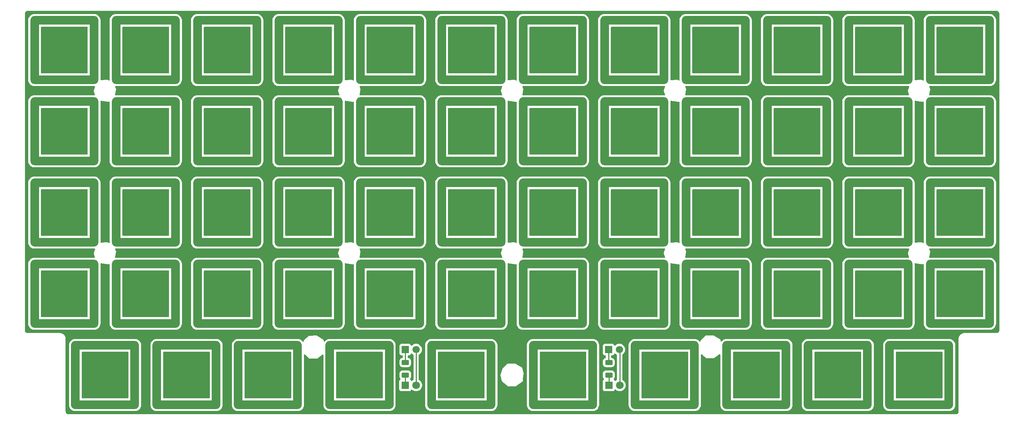
<source format=gbr>
%TF.GenerationSoftware,KiCad,Pcbnew,9.0.1*%
%TF.CreationDate,2025-05-11T16:27:20+09:00*%
%TF.ProjectId,Switch_plate,53776974-6368-45f7-906c-6174652e6b69,rev?*%
%TF.SameCoordinates,Original*%
%TF.FileFunction,Copper,L1,Top*%
%TF.FilePolarity,Positive*%
%FSLAX46Y46*%
G04 Gerber Fmt 4.6, Leading zero omitted, Abs format (unit mm)*
G04 Created by KiCad (PCBNEW 9.0.1) date 2025-05-11 16:27:20*
%MOMM*%
%LPD*%
G01*
G04 APERTURE LIST*
G04 Aperture macros list*
%AMRoundRect*
0 Rectangle with rounded corners*
0 $1 Rounding radius*
0 $2 $3 $4 $5 $6 $7 $8 $9 X,Y pos of 4 corners*
0 Add a 4 corners polygon primitive as box body*
4,1,4,$2,$3,$4,$5,$6,$7,$8,$9,$2,$3,0*
0 Add four circle primitives for the rounded corners*
1,1,$1+$1,$2,$3*
1,1,$1+$1,$4,$5*
1,1,$1+$1,$6,$7*
1,1,$1+$1,$8,$9*
0 Add four rect primitives between the rounded corners*
20,1,$1+$1,$2,$3,$4,$5,0*
20,1,$1+$1,$4,$5,$6,$7,0*
20,1,$1+$1,$6,$7,$8,$9,0*
20,1,$1+$1,$8,$9,$2,$3,0*%
G04 Aperture macros list end*
%TA.AperFunction,ComponentPad*%
%ADD10O,2.000000X15.900000*%
%TD*%
%TA.AperFunction,ComponentPad*%
%ADD11O,15.900000X2.000000*%
%TD*%
%TA.AperFunction,SMDPad,CuDef*%
%ADD12RoundRect,0.250000X-0.625000X0.312500X-0.625000X-0.312500X0.625000X-0.312500X0.625000X0.312500X0*%
%TD*%
%TA.AperFunction,ComponentPad*%
%ADD13R,1.700000X1.700000*%
%TD*%
%TA.AperFunction,ComponentPad*%
%ADD14C,1.700000*%
%TD*%
%TA.AperFunction,ComponentPad*%
%ADD15R,1.800000X1.800000*%
%TD*%
%TA.AperFunction,ComponentPad*%
%ADD16C,1.800000*%
%TD*%
%TA.AperFunction,Conductor*%
%ADD17C,0.250000*%
%TD*%
G04 APERTURE END LIST*
D10*
%TO.P,SW51,1,1*%
%TO.N,col1*%
X221650000Y-90487500D03*
D11*
X228600000Y-83537500D03*
X228600000Y-97437500D03*
D10*
X235550000Y-90487500D03*
%TD*%
%TO.P,SW56,1,1*%
%TO.N,col0*%
X240700000Y-90487500D03*
D11*
X247650000Y-83537500D03*
X247650000Y-97437500D03*
D10*
X254600000Y-90487500D03*
%TD*%
%TO.P,SW35,1,1*%
%TO.N,col4*%
X164500000Y-71437500D03*
D11*
X171450000Y-64487500D03*
X171450000Y-78387500D03*
D10*
X178400000Y-71437500D03*
%TD*%
%TO.P,SW33,1,1*%
%TO.N,col5*%
X145450000Y-128587500D03*
D11*
X152400000Y-121637500D03*
X152400000Y-135537500D03*
D10*
X159350000Y-128587500D03*
%TD*%
%TO.P,SW48,1,1*%
%TO.N,col2*%
X202600000Y-128587500D03*
D11*
X209550000Y-121637500D03*
X209550000Y-135537500D03*
D10*
X216500000Y-128587500D03*
%TD*%
%TO.P,SW23,1,1*%
%TO.N,col4*%
X107350000Y-128587500D03*
D11*
X114300000Y-121637500D03*
X114300000Y-135537500D03*
D10*
X121250000Y-128587500D03*
%TD*%
%TO.P,SW32,1,1*%
%TO.N,col5*%
X145450000Y-109537500D03*
D11*
X152400000Y-102587500D03*
X152400000Y-116487500D03*
D10*
X159350000Y-109537500D03*
%TD*%
%TO.P,SW49,1,1*%
%TO.N,col2*%
X212125000Y-147637500D03*
D11*
X219075000Y-140687500D03*
X219075000Y-154587500D03*
D10*
X226025000Y-147637500D03*
%TD*%
%TO.P,SW40,1,1*%
%TO.N,col3*%
X183550000Y-71437500D03*
D11*
X190500000Y-64487500D03*
X190500000Y-78387500D03*
D10*
X197450000Y-71437500D03*
%TD*%
%TO.P,SW47,1,1*%
%TO.N,col2*%
X202600000Y-109537500D03*
D11*
X209550000Y-102587500D03*
X209550000Y-116487500D03*
D10*
X216500000Y-109537500D03*
%TD*%
%TO.P,SW18,1,1*%
%TO.N,col3*%
X88300000Y-128587500D03*
D11*
X95250000Y-121637500D03*
X95250000Y-135537500D03*
D10*
X102200000Y-128587500D03*
%TD*%
%TO.P,SW53,1,1*%
%TO.N,col1*%
X221650000Y-128587500D03*
D11*
X228600000Y-121637500D03*
X228600000Y-135537500D03*
D10*
X235550000Y-128587500D03*
%TD*%
%TO.P,SW19,1,1*%
%TO.N,col3*%
X78775000Y-147637500D03*
D11*
X85725000Y-140687500D03*
X85725000Y-154587500D03*
D10*
X92675000Y-147637500D03*
%TD*%
%TO.P,SW7,1,1*%
%TO.N,col1*%
X50200000Y-109537500D03*
D11*
X57150000Y-102587500D03*
X57150000Y-116487500D03*
D10*
X64100000Y-109537500D03*
%TD*%
%TO.P,SW9,1,1*%
%TO.N,col1*%
X40675000Y-147637500D03*
D11*
X47625000Y-140687500D03*
X47625000Y-154587500D03*
D10*
X54575000Y-147637500D03*
%TD*%
%TO.P,SW14,1,1*%
%TO.N,col2*%
X59725000Y-147637500D03*
D11*
X66675000Y-140687500D03*
X66675000Y-154587500D03*
D10*
X73625000Y-147637500D03*
%TD*%
%TO.P,SW42,1,1*%
%TO.N,col3*%
X183550000Y-109537500D03*
D11*
X190500000Y-102587500D03*
X190500000Y-116487500D03*
D10*
X197450000Y-109537500D03*
%TD*%
%TO.P,SW52,1,1*%
%TO.N,col1*%
X221650000Y-109537500D03*
D11*
X228600000Y-102587500D03*
X228600000Y-116487500D03*
D10*
X235550000Y-109537500D03*
%TD*%
%TO.P,SW44,1,1*%
%TO.N,col3*%
X193075000Y-147637500D03*
D11*
X200025000Y-140687500D03*
X200025000Y-154587500D03*
D10*
X206975000Y-147637500D03*
%TD*%
%TO.P,SW21,1,1*%
%TO.N,col4*%
X107350000Y-90487500D03*
D11*
X114300000Y-83537500D03*
X114300000Y-97437500D03*
D10*
X121250000Y-90487500D03*
%TD*%
%TO.P,SW24,1,1*%
%TO.N,col4*%
X100206300Y-147637500D03*
D11*
X107156300Y-140687500D03*
X107156300Y-154587500D03*
D10*
X114106300Y-147637500D03*
%TD*%
%TO.P,SW12,1,1*%
%TO.N,col2*%
X69250000Y-109537500D03*
D11*
X76200000Y-102587500D03*
X76200000Y-116487500D03*
D10*
X83150000Y-109537500D03*
%TD*%
%TO.P,SW10,1,1*%
%TO.N,col2*%
X69250000Y-71437500D03*
D11*
X76200000Y-64487500D03*
X76200000Y-78387500D03*
D10*
X83150000Y-71437500D03*
%TD*%
%TO.P,SW37,1,1*%
%TO.N,col4*%
X164500000Y-109537500D03*
D11*
X171450000Y-102587500D03*
X171450000Y-116487500D03*
D10*
X178400000Y-109537500D03*
%TD*%
%TO.P,SW25,1,1*%
%TO.N,col5*%
X126400000Y-71437500D03*
D11*
X133350000Y-64487500D03*
X133350000Y-78387500D03*
D10*
X140300000Y-71437500D03*
%TD*%
D12*
%TO.P,R2,1*%
%TO.N,N/C*%
X165497014Y-144712624D03*
%TO.P,R2,2*%
X165497014Y-147637624D03*
%TD*%
D10*
%TO.P,SW38,1,1*%
%TO.N,col4*%
X164500000Y-128587500D03*
D11*
X171450000Y-121637500D03*
X171450000Y-135537500D03*
D10*
X178400000Y-128587500D03*
%TD*%
%TO.P,SW11,1,1*%
%TO.N,col2*%
X69250000Y-90487500D03*
D11*
X76200000Y-83537500D03*
X76200000Y-97437500D03*
D10*
X83150000Y-90487500D03*
%TD*%
%TO.P,SW58,1,1*%
%TO.N,col0*%
X240700000Y-128587500D03*
D11*
X247650000Y-121637500D03*
X247650000Y-135537500D03*
D10*
X254600000Y-128587500D03*
%TD*%
D12*
%TO.P,R1,1*%
%TO.N,N/C*%
X117871974Y-144712624D03*
%TO.P,R1,2*%
X117871974Y-147637624D03*
%TD*%
D13*
%TO.P,P1,1*%
%TO.N,N/C*%
X117871974Y-141659494D03*
D14*
%TO.P,P1,2*%
X120411974Y-141659494D03*
%TD*%
D10*
%TO.P,SW55,1,1*%
%TO.N,col0*%
X240700000Y-71437500D03*
D11*
X247650000Y-64487500D03*
X247650000Y-78387500D03*
D10*
X254600000Y-71437500D03*
%TD*%
D13*
%TO.P,P1,1*%
%TO.N,N/C*%
X165437640Y-141659494D03*
D14*
%TO.P,P1,2*%
X167977640Y-141659494D03*
%TD*%
D10*
%TO.P,SW39,1,1*%
%TO.N,col4*%
X171643800Y-147637500D03*
D11*
X178593800Y-140687500D03*
X178593800Y-154587500D03*
D10*
X185543800Y-147637500D03*
%TD*%
D15*
%TO.P,L1,1*%
%TO.N,N/C*%
X117871974Y-150018876D03*
D16*
%TO.P,L1,2*%
X120411974Y-150018876D03*
%TD*%
D10*
%TO.P,SW13,1,1*%
%TO.N,col2*%
X69250000Y-128587500D03*
D11*
X76200000Y-121637500D03*
X76200000Y-135537500D03*
D10*
X83150000Y-128587500D03*
%TD*%
%TO.P,SW29,1,1*%
%TO.N,col5*%
X124018800Y-147637500D03*
D11*
X130968800Y-140687500D03*
X130968800Y-154587500D03*
D10*
X137918800Y-147637500D03*
%TD*%
%TO.P,SW54,1,1*%
%TO.N,col1*%
X231175000Y-147637500D03*
D11*
X238125000Y-140687500D03*
X238125000Y-154587500D03*
D10*
X245075000Y-147637500D03*
%TD*%
%TO.P,SW57,1,1*%
%TO.N,col0*%
X240700000Y-109537500D03*
D11*
X247650000Y-102587500D03*
X247650000Y-116487500D03*
D10*
X254600000Y-109537500D03*
%TD*%
%TO.P,SW22,1,1*%
%TO.N,col4*%
X107350000Y-109537500D03*
D11*
X114300000Y-102587500D03*
X114300000Y-116487500D03*
D10*
X121250000Y-109537500D03*
%TD*%
%TO.P,SW46,1,1*%
%TO.N,col2*%
X202600000Y-90487500D03*
D11*
X209550000Y-83537500D03*
X209550000Y-97437500D03*
D10*
X216500000Y-90487500D03*
%TD*%
%TO.P,SW5,1,1*%
%TO.N,col1*%
X50200000Y-71437500D03*
D11*
X57150000Y-64487500D03*
X57150000Y-78387500D03*
D10*
X64100000Y-71437500D03*
%TD*%
%TO.P,SW31,1,1*%
%TO.N,col5*%
X145450000Y-90487500D03*
D11*
X152400000Y-83537500D03*
X152400000Y-97437500D03*
D10*
X159350000Y-90487500D03*
%TD*%
%TO.P,SW17,1,1*%
%TO.N,col3*%
X88300000Y-109537500D03*
D11*
X95250000Y-102587500D03*
X95250000Y-116487500D03*
D10*
X102200000Y-109537500D03*
%TD*%
%TO.P,SW2,1,1*%
%TO.N,col0*%
X31150000Y-90487500D03*
D11*
X38100000Y-83537500D03*
X38100000Y-97437500D03*
D10*
X45050000Y-90487500D03*
%TD*%
%TO.P,SW16,1,1*%
%TO.N,col3*%
X88300000Y-90487500D03*
D11*
X95250000Y-83537500D03*
X95250000Y-97437500D03*
D10*
X102200000Y-90487500D03*
%TD*%
%TO.P,SW3,1,1*%
%TO.N,col0*%
X31150000Y-109537500D03*
D11*
X38100000Y-102587500D03*
X38100000Y-116487500D03*
D10*
X45050000Y-109537500D03*
%TD*%
%TO.P,SW36,1,1*%
%TO.N,col4*%
X164500000Y-90487500D03*
D11*
X171450000Y-83537500D03*
X171450000Y-97437500D03*
D10*
X178400000Y-90487500D03*
%TD*%
%TO.P,SW1,1,1*%
%TO.N,col0*%
X31150000Y-71437500D03*
D11*
X38100000Y-64487500D03*
X38100000Y-78387500D03*
D10*
X45050000Y-71437500D03*
%TD*%
%TO.P,SW26,1,1*%
%TO.N,col5*%
X126400000Y-90487500D03*
D11*
X133350000Y-83537500D03*
X133350000Y-97437500D03*
D10*
X140300000Y-90487500D03*
%TD*%
%TO.P,SW28,1,1*%
%TO.N,col5*%
X126400000Y-128587500D03*
D11*
X133350000Y-121637500D03*
X133350000Y-135537500D03*
D10*
X140300000Y-128587500D03*
%TD*%
%TO.P,SW15,1,1*%
%TO.N,col3*%
X88300000Y-71437500D03*
D11*
X95250000Y-64487500D03*
X95250000Y-78387500D03*
D10*
X102200000Y-71437500D03*
%TD*%
%TO.P,SW45,1,1*%
%TO.N,col2*%
X202600000Y-71437500D03*
D11*
X209550000Y-64487500D03*
X209550000Y-78387500D03*
D10*
X216500000Y-71437500D03*
%TD*%
%TO.P,SW30,1,1*%
%TO.N,col5*%
X145450000Y-71437500D03*
D11*
X152400000Y-64487500D03*
X152400000Y-78387500D03*
D10*
X159350000Y-71437500D03*
%TD*%
%TO.P,SW50,1,1*%
%TO.N,col1*%
X221650000Y-71437500D03*
D11*
X228600000Y-64487500D03*
X228600000Y-78387500D03*
D10*
X235550000Y-71437500D03*
%TD*%
%TO.P,SW41,1,1*%
%TO.N,col3*%
X183550000Y-90487500D03*
D11*
X190500000Y-83537500D03*
X190500000Y-97437500D03*
D10*
X197450000Y-90487500D03*
%TD*%
%TO.P,SW8,1,1*%
%TO.N,col1*%
X50200000Y-128587500D03*
D11*
X57150000Y-121637500D03*
X57150000Y-135537500D03*
D10*
X64100000Y-128587500D03*
%TD*%
%TO.P,SW20,1,1*%
%TO.N,col4*%
X107350000Y-71437500D03*
D11*
X114300000Y-64487500D03*
X114300000Y-78387500D03*
D10*
X121250000Y-71437500D03*
%TD*%
%TO.P,SW34,1,1*%
%TO.N,col5*%
X147831300Y-147637500D03*
D11*
X154781300Y-140687500D03*
X154781300Y-154587500D03*
D10*
X161731300Y-147637500D03*
%TD*%
%TO.P,SW43,1,1*%
%TO.N,col3*%
X183550000Y-128587500D03*
D11*
X190500000Y-121637500D03*
X190500000Y-135537500D03*
D10*
X197450000Y-128587500D03*
%TD*%
%TO.P,SW6,1,1*%
%TO.N,col1*%
X50200000Y-90487500D03*
D11*
X57150000Y-83537500D03*
X57150000Y-97437500D03*
D10*
X64100000Y-90487500D03*
%TD*%
%TO.P,SW4,1,1*%
%TO.N,col0*%
X31150000Y-128587500D03*
D11*
X38100000Y-121637500D03*
X38100000Y-135537500D03*
D10*
X45050000Y-128587500D03*
%TD*%
D15*
%TO.P,L2,1*%
%TO.N,N/C*%
X165497014Y-150018876D03*
D16*
%TO.P,L2,2*%
X168037014Y-150018876D03*
%TD*%
D10*
%TO.P,SW27,1,1*%
%TO.N,col5*%
X126400000Y-109537500D03*
D11*
X133350000Y-102587500D03*
X133350000Y-116487500D03*
D10*
X140300000Y-109537500D03*
%TD*%
D17*
%TO.N,*%
X120411974Y-150018876D02*
X120411974Y-141659494D01*
X165497014Y-147637624D02*
X165497014Y-150018876D01*
X168037014Y-141718868D02*
X167977640Y-141659494D01*
X117871974Y-141659494D02*
X117871974Y-144712624D01*
X168037014Y-150018876D02*
X168037014Y-141718868D01*
X165437640Y-141659494D02*
X165437640Y-144653250D01*
X165437640Y-144653250D02*
X165497014Y-144712624D01*
X117871974Y-147637624D02*
X117871974Y-150018876D01*
%TD*%
%TA.AperFunction,Conductor*%
%TO.N,GND*%
G36*
X53017539Y-142207685D02*
G01*
X53063294Y-142260489D01*
X53074500Y-142312000D01*
X53074500Y-152963000D01*
X53054815Y-153030039D01*
X53002011Y-153075794D01*
X52950500Y-153087000D01*
X42299500Y-153087000D01*
X42232461Y-153067315D01*
X42186706Y-153014511D01*
X42175500Y-152963000D01*
X42175500Y-142312000D01*
X42195185Y-142244961D01*
X42247989Y-142199206D01*
X42299500Y-142188000D01*
X52950500Y-142188000D01*
X53017539Y-142207685D01*
G37*
%TD.AperFunction*%
%TA.AperFunction,Conductor*%
G36*
X72067539Y-142207685D02*
G01*
X72113294Y-142260489D01*
X72124500Y-142312000D01*
X72124500Y-152963000D01*
X72104815Y-153030039D01*
X72052011Y-153075794D01*
X72000500Y-153087000D01*
X61349500Y-153087000D01*
X61282461Y-153067315D01*
X61236706Y-153014511D01*
X61225500Y-152963000D01*
X61225500Y-142312000D01*
X61245185Y-142244961D01*
X61297989Y-142199206D01*
X61349500Y-142188000D01*
X72000500Y-142188000D01*
X72067539Y-142207685D01*
G37*
%TD.AperFunction*%
%TA.AperFunction,Conductor*%
G36*
X91117539Y-142207685D02*
G01*
X91163294Y-142260489D01*
X91174500Y-142312000D01*
X91174500Y-152963000D01*
X91154815Y-153030039D01*
X91102011Y-153075794D01*
X91050500Y-153087000D01*
X80399500Y-153087000D01*
X80332461Y-153067315D01*
X80286706Y-153014511D01*
X80275500Y-152963000D01*
X80275500Y-142312000D01*
X80295185Y-142244961D01*
X80347989Y-142199206D01*
X80399500Y-142188000D01*
X91050500Y-142188000D01*
X91117539Y-142207685D01*
G37*
%TD.AperFunction*%
%TA.AperFunction,Conductor*%
G36*
X112548839Y-142207685D02*
G01*
X112594594Y-142260489D01*
X112605800Y-142312000D01*
X112605800Y-152963000D01*
X112586115Y-153030039D01*
X112533311Y-153075794D01*
X112481800Y-153087000D01*
X101830800Y-153087000D01*
X101763761Y-153067315D01*
X101718006Y-153014511D01*
X101706800Y-152963000D01*
X101706800Y-142312000D01*
X101726485Y-142244961D01*
X101779289Y-142199206D01*
X101830800Y-142188000D01*
X112481800Y-142188000D01*
X112548839Y-142207685D01*
G37*
%TD.AperFunction*%
%TA.AperFunction,Conductor*%
G36*
X136361339Y-142207685D02*
G01*
X136407094Y-142260489D01*
X136418300Y-142312000D01*
X136418300Y-152963000D01*
X136398615Y-153030039D01*
X136345811Y-153075794D01*
X136294300Y-153087000D01*
X125643300Y-153087000D01*
X125576261Y-153067315D01*
X125530506Y-153014511D01*
X125519300Y-152963000D01*
X125519300Y-142312000D01*
X125538985Y-142244961D01*
X125591789Y-142199206D01*
X125643300Y-142188000D01*
X136294300Y-142188000D01*
X136361339Y-142207685D01*
G37*
%TD.AperFunction*%
%TA.AperFunction,Conductor*%
G36*
X160173839Y-142207685D02*
G01*
X160219594Y-142260489D01*
X160230800Y-142312000D01*
X160230800Y-152963000D01*
X160211115Y-153030039D01*
X160158311Y-153075794D01*
X160106800Y-153087000D01*
X149455800Y-153087000D01*
X149388761Y-153067315D01*
X149343006Y-153014511D01*
X149331800Y-152963000D01*
X149331800Y-142312000D01*
X149351485Y-142244961D01*
X149404289Y-142199206D01*
X149455800Y-142188000D01*
X160106800Y-142188000D01*
X160173839Y-142207685D01*
G37*
%TD.AperFunction*%
%TA.AperFunction,Conductor*%
G36*
X183986339Y-142207685D02*
G01*
X184032094Y-142260489D01*
X184043300Y-142312000D01*
X184043300Y-152963000D01*
X184023615Y-153030039D01*
X183970811Y-153075794D01*
X183919300Y-153087000D01*
X173268300Y-153087000D01*
X173201261Y-153067315D01*
X173155506Y-153014511D01*
X173144300Y-152963000D01*
X173144300Y-142312000D01*
X173163985Y-142244961D01*
X173216789Y-142199206D01*
X173268300Y-142188000D01*
X183919300Y-142188000D01*
X183986339Y-142207685D01*
G37*
%TD.AperFunction*%
%TA.AperFunction,Conductor*%
G36*
X205417539Y-142207685D02*
G01*
X205463294Y-142260489D01*
X205474500Y-142312000D01*
X205474500Y-152963000D01*
X205454815Y-153030039D01*
X205402011Y-153075794D01*
X205350500Y-153087000D01*
X194699500Y-153087000D01*
X194632461Y-153067315D01*
X194586706Y-153014511D01*
X194575500Y-152963000D01*
X194575500Y-142312000D01*
X194595185Y-142244961D01*
X194647989Y-142199206D01*
X194699500Y-142188000D01*
X205350500Y-142188000D01*
X205417539Y-142207685D01*
G37*
%TD.AperFunction*%
%TA.AperFunction,Conductor*%
G36*
X224467539Y-142207685D02*
G01*
X224513294Y-142260489D01*
X224524500Y-142312000D01*
X224524500Y-152963000D01*
X224504815Y-153030039D01*
X224452011Y-153075794D01*
X224400500Y-153087000D01*
X213749500Y-153087000D01*
X213682461Y-153067315D01*
X213636706Y-153014511D01*
X213625500Y-152963000D01*
X213625500Y-142312000D01*
X213645185Y-142244961D01*
X213697989Y-142199206D01*
X213749500Y-142188000D01*
X224400500Y-142188000D01*
X224467539Y-142207685D01*
G37*
%TD.AperFunction*%
%TA.AperFunction,Conductor*%
G36*
X243517539Y-142207685D02*
G01*
X243563294Y-142260489D01*
X243574500Y-142312000D01*
X243574500Y-152963000D01*
X243554815Y-153030039D01*
X243502011Y-153075794D01*
X243450500Y-153087000D01*
X232799500Y-153087000D01*
X232732461Y-153067315D01*
X232686706Y-153014511D01*
X232675500Y-152963000D01*
X232675500Y-142312000D01*
X232695185Y-142244961D01*
X232747989Y-142199206D01*
X232799500Y-142188000D01*
X243450500Y-142188000D01*
X243517539Y-142207685D01*
G37*
%TD.AperFunction*%
%TA.AperFunction,Conductor*%
G36*
X43492539Y-123157685D02*
G01*
X43538294Y-123210489D01*
X43549500Y-123262000D01*
X43549500Y-133913000D01*
X43529815Y-133980039D01*
X43477011Y-134025794D01*
X43425500Y-134037000D01*
X32774500Y-134037000D01*
X32707461Y-134017315D01*
X32661706Y-133964511D01*
X32650500Y-133913000D01*
X32650500Y-123262000D01*
X32670185Y-123194961D01*
X32722989Y-123149206D01*
X32774500Y-123138000D01*
X43425500Y-123138000D01*
X43492539Y-123157685D01*
G37*
%TD.AperFunction*%
%TA.AperFunction,Conductor*%
G36*
X62542539Y-123157685D02*
G01*
X62588294Y-123210489D01*
X62599500Y-123262000D01*
X62599500Y-133913000D01*
X62579815Y-133980039D01*
X62527011Y-134025794D01*
X62475500Y-134037000D01*
X51824500Y-134037000D01*
X51757461Y-134017315D01*
X51711706Y-133964511D01*
X51700500Y-133913000D01*
X51700500Y-123262000D01*
X51720185Y-123194961D01*
X51772989Y-123149206D01*
X51824500Y-123138000D01*
X62475500Y-123138000D01*
X62542539Y-123157685D01*
G37*
%TD.AperFunction*%
%TA.AperFunction,Conductor*%
G36*
X43492539Y-104107685D02*
G01*
X43538294Y-104160489D01*
X43549500Y-104212000D01*
X43549500Y-114863000D01*
X43529815Y-114930039D01*
X43477011Y-114975794D01*
X43425500Y-114987000D01*
X32774500Y-114987000D01*
X32707461Y-114967315D01*
X32661706Y-114914511D01*
X32650500Y-114863000D01*
X32650500Y-104212000D01*
X32670185Y-104144961D01*
X32722989Y-104099206D01*
X32774500Y-104088000D01*
X43425500Y-104088000D01*
X43492539Y-104107685D01*
G37*
%TD.AperFunction*%
%TA.AperFunction,Conductor*%
G36*
X62542539Y-104107685D02*
G01*
X62588294Y-104160489D01*
X62599500Y-104212000D01*
X62599500Y-114863000D01*
X62579815Y-114930039D01*
X62527011Y-114975794D01*
X62475500Y-114987000D01*
X51824500Y-114987000D01*
X51757461Y-114967315D01*
X51711706Y-114914511D01*
X51700500Y-114863000D01*
X51700500Y-104212000D01*
X51720185Y-104144961D01*
X51772989Y-104099206D01*
X51824500Y-104088000D01*
X62475500Y-104088000D01*
X62542539Y-104107685D01*
G37*
%TD.AperFunction*%
%TA.AperFunction,Conductor*%
G36*
X81592539Y-123157685D02*
G01*
X81638294Y-123210489D01*
X81649500Y-123262000D01*
X81649500Y-133913000D01*
X81629815Y-133980039D01*
X81577011Y-134025794D01*
X81525500Y-134037000D01*
X70874500Y-134037000D01*
X70807461Y-134017315D01*
X70761706Y-133964511D01*
X70750500Y-133913000D01*
X70750500Y-123262000D01*
X70770185Y-123194961D01*
X70822989Y-123149206D01*
X70874500Y-123138000D01*
X81525500Y-123138000D01*
X81592539Y-123157685D01*
G37*
%TD.AperFunction*%
%TA.AperFunction,Conductor*%
G36*
X100642539Y-123157685D02*
G01*
X100688294Y-123210489D01*
X100699500Y-123262000D01*
X100699500Y-133913000D01*
X100679815Y-133980039D01*
X100627011Y-134025794D01*
X100575500Y-134037000D01*
X89924500Y-134037000D01*
X89857461Y-134017315D01*
X89811706Y-133964511D01*
X89800500Y-133913000D01*
X89800500Y-123262000D01*
X89820185Y-123194961D01*
X89872989Y-123149206D01*
X89924500Y-123138000D01*
X100575500Y-123138000D01*
X100642539Y-123157685D01*
G37*
%TD.AperFunction*%
%TA.AperFunction,Conductor*%
G36*
X119692539Y-123157685D02*
G01*
X119738294Y-123210489D01*
X119749500Y-123262000D01*
X119749500Y-133913000D01*
X119729815Y-133980039D01*
X119677011Y-134025794D01*
X119625500Y-134037000D01*
X108974500Y-134037000D01*
X108907461Y-134017315D01*
X108861706Y-133964511D01*
X108850500Y-133913000D01*
X108850500Y-123262000D01*
X108870185Y-123194961D01*
X108922989Y-123149206D01*
X108974500Y-123138000D01*
X119625500Y-123138000D01*
X119692539Y-123157685D01*
G37*
%TD.AperFunction*%
%TA.AperFunction,Conductor*%
G36*
X100642539Y-104107685D02*
G01*
X100688294Y-104160489D01*
X100699500Y-104212000D01*
X100699500Y-114863000D01*
X100679815Y-114930039D01*
X100627011Y-114975794D01*
X100575500Y-114987000D01*
X89924500Y-114987000D01*
X89857461Y-114967315D01*
X89811706Y-114914511D01*
X89800500Y-114863000D01*
X89800500Y-104212000D01*
X89820185Y-104144961D01*
X89872989Y-104099206D01*
X89924500Y-104088000D01*
X100575500Y-104088000D01*
X100642539Y-104107685D01*
G37*
%TD.AperFunction*%
%TA.AperFunction,Conductor*%
G36*
X119692539Y-104107685D02*
G01*
X119738294Y-104160489D01*
X119749500Y-104212000D01*
X119749500Y-114863000D01*
X119729815Y-114930039D01*
X119677011Y-114975794D01*
X119625500Y-114987000D01*
X108974500Y-114987000D01*
X108907461Y-114967315D01*
X108861706Y-114914511D01*
X108850500Y-114863000D01*
X108850500Y-104212000D01*
X108870185Y-104144961D01*
X108922989Y-104099206D01*
X108974500Y-104088000D01*
X119625500Y-104088000D01*
X119692539Y-104107685D01*
G37*
%TD.AperFunction*%
%TA.AperFunction,Conductor*%
G36*
X138742539Y-123157685D02*
G01*
X138788294Y-123210489D01*
X138799500Y-123262000D01*
X138799500Y-133913000D01*
X138779815Y-133980039D01*
X138727011Y-134025794D01*
X138675500Y-134037000D01*
X128024500Y-134037000D01*
X127957461Y-134017315D01*
X127911706Y-133964511D01*
X127900500Y-133913000D01*
X127900500Y-123262000D01*
X127920185Y-123194961D01*
X127972989Y-123149206D01*
X128024500Y-123138000D01*
X138675500Y-123138000D01*
X138742539Y-123157685D01*
G37*
%TD.AperFunction*%
%TA.AperFunction,Conductor*%
G36*
X157792539Y-123157685D02*
G01*
X157838294Y-123210489D01*
X157849500Y-123262000D01*
X157849500Y-133913000D01*
X157829815Y-133980039D01*
X157777011Y-134025794D01*
X157725500Y-134037000D01*
X147074500Y-134037000D01*
X147007461Y-134017315D01*
X146961706Y-133964511D01*
X146950500Y-133913000D01*
X146950500Y-123262000D01*
X146970185Y-123194961D01*
X147022989Y-123149206D01*
X147074500Y-123138000D01*
X157725500Y-123138000D01*
X157792539Y-123157685D01*
G37*
%TD.AperFunction*%
%TA.AperFunction,Conductor*%
G36*
X138742539Y-104107685D02*
G01*
X138788294Y-104160489D01*
X138799500Y-104212000D01*
X138799500Y-114863000D01*
X138779815Y-114930039D01*
X138727011Y-114975794D01*
X138675500Y-114987000D01*
X128024500Y-114987000D01*
X127957461Y-114967315D01*
X127911706Y-114914511D01*
X127900500Y-114863000D01*
X127900500Y-104212000D01*
X127920185Y-104144961D01*
X127972989Y-104099206D01*
X128024500Y-104088000D01*
X138675500Y-104088000D01*
X138742539Y-104107685D01*
G37*
%TD.AperFunction*%
%TA.AperFunction,Conductor*%
G36*
X157792539Y-104107685D02*
G01*
X157838294Y-104160489D01*
X157849500Y-104212000D01*
X157849500Y-114863000D01*
X157829815Y-114930039D01*
X157777011Y-114975794D01*
X157725500Y-114987000D01*
X147074500Y-114987000D01*
X147007461Y-114967315D01*
X146961706Y-114914511D01*
X146950500Y-114863000D01*
X146950500Y-104212000D01*
X146970185Y-104144961D01*
X147022989Y-104099206D01*
X147074500Y-104088000D01*
X157725500Y-104088000D01*
X157792539Y-104107685D01*
G37*
%TD.AperFunction*%
%TA.AperFunction,Conductor*%
G36*
X176842539Y-123157685D02*
G01*
X176888294Y-123210489D01*
X176899500Y-123262000D01*
X176899500Y-133913000D01*
X176879815Y-133980039D01*
X176827011Y-134025794D01*
X176775500Y-134037000D01*
X166124500Y-134037000D01*
X166057461Y-134017315D01*
X166011706Y-133964511D01*
X166000500Y-133913000D01*
X166000500Y-123262000D01*
X166020185Y-123194961D01*
X166072989Y-123149206D01*
X166124500Y-123138000D01*
X176775500Y-123138000D01*
X176842539Y-123157685D01*
G37*
%TD.AperFunction*%
%TA.AperFunction,Conductor*%
G36*
X195892539Y-123157685D02*
G01*
X195938294Y-123210489D01*
X195949500Y-123262000D01*
X195949500Y-133913000D01*
X195929815Y-133980039D01*
X195877011Y-134025794D01*
X195825500Y-134037000D01*
X185174500Y-134037000D01*
X185107461Y-134017315D01*
X185061706Y-133964511D01*
X185050500Y-133913000D01*
X185050500Y-123262000D01*
X185070185Y-123194961D01*
X185122989Y-123149206D01*
X185174500Y-123138000D01*
X195825500Y-123138000D01*
X195892539Y-123157685D01*
G37*
%TD.AperFunction*%
%TA.AperFunction,Conductor*%
G36*
X176842539Y-104107685D02*
G01*
X176888294Y-104160489D01*
X176899500Y-104212000D01*
X176899500Y-114863000D01*
X176879815Y-114930039D01*
X176827011Y-114975794D01*
X176775500Y-114987000D01*
X166124500Y-114987000D01*
X166057461Y-114967315D01*
X166011706Y-114914511D01*
X166000500Y-114863000D01*
X166000500Y-104212000D01*
X166020185Y-104144961D01*
X166072989Y-104099206D01*
X166124500Y-104088000D01*
X176775500Y-104088000D01*
X176842539Y-104107685D01*
G37*
%TD.AperFunction*%
%TA.AperFunction,Conductor*%
G36*
X195892539Y-104107685D02*
G01*
X195938294Y-104160489D01*
X195949500Y-104212000D01*
X195949500Y-114863000D01*
X195929815Y-114930039D01*
X195877011Y-114975794D01*
X195825500Y-114987000D01*
X185174500Y-114987000D01*
X185107461Y-114967315D01*
X185061706Y-114914511D01*
X185050500Y-114863000D01*
X185050500Y-104212000D01*
X185070185Y-104144961D01*
X185122989Y-104099206D01*
X185174500Y-104088000D01*
X195825500Y-104088000D01*
X195892539Y-104107685D01*
G37*
%TD.AperFunction*%
%TA.AperFunction,Conductor*%
G36*
X214942539Y-123157685D02*
G01*
X214988294Y-123210489D01*
X214999500Y-123262000D01*
X214999500Y-133913000D01*
X214979815Y-133980039D01*
X214927011Y-134025794D01*
X214875500Y-134037000D01*
X204224500Y-134037000D01*
X204157461Y-134017315D01*
X204111706Y-133964511D01*
X204100500Y-133913000D01*
X204100500Y-123262000D01*
X204120185Y-123194961D01*
X204172989Y-123149206D01*
X204224500Y-123138000D01*
X214875500Y-123138000D01*
X214942539Y-123157685D01*
G37*
%TD.AperFunction*%
%TA.AperFunction,Conductor*%
G36*
X233992539Y-123157685D02*
G01*
X234038294Y-123210489D01*
X234049500Y-123262000D01*
X234049500Y-133913000D01*
X234029815Y-133980039D01*
X233977011Y-134025794D01*
X233925500Y-134037000D01*
X223274500Y-134037000D01*
X223207461Y-134017315D01*
X223161706Y-133964511D01*
X223150500Y-133913000D01*
X223150500Y-123262000D01*
X223170185Y-123194961D01*
X223222989Y-123149206D01*
X223274500Y-123138000D01*
X233925500Y-123138000D01*
X233992539Y-123157685D01*
G37*
%TD.AperFunction*%
%TA.AperFunction,Conductor*%
G36*
X253042539Y-123157685D02*
G01*
X253088294Y-123210489D01*
X253099500Y-123262000D01*
X253099500Y-133913000D01*
X253079815Y-133980039D01*
X253027011Y-134025794D01*
X252975500Y-134037000D01*
X242324500Y-134037000D01*
X242257461Y-134017315D01*
X242211706Y-133964511D01*
X242200500Y-133913000D01*
X242200500Y-123262000D01*
X242220185Y-123194961D01*
X242272989Y-123149206D01*
X242324500Y-123138000D01*
X252975500Y-123138000D01*
X253042539Y-123157685D01*
G37*
%TD.AperFunction*%
%TA.AperFunction,Conductor*%
G36*
X233992539Y-104107685D02*
G01*
X234038294Y-104160489D01*
X234049500Y-104212000D01*
X234049500Y-114863000D01*
X234029815Y-114930039D01*
X233977011Y-114975794D01*
X233925500Y-114987000D01*
X223274500Y-114987000D01*
X223207461Y-114967315D01*
X223161706Y-114914511D01*
X223150500Y-114863000D01*
X223150500Y-104212000D01*
X223170185Y-104144961D01*
X223222989Y-104099206D01*
X223274500Y-104088000D01*
X233925500Y-104088000D01*
X233992539Y-104107685D01*
G37*
%TD.AperFunction*%
%TA.AperFunction,Conductor*%
G36*
X253042539Y-104107685D02*
G01*
X253088294Y-104160489D01*
X253099500Y-104212000D01*
X253099500Y-114863000D01*
X253079815Y-114930039D01*
X253027011Y-114975794D01*
X252975500Y-114987000D01*
X242324500Y-114987000D01*
X242257461Y-114967315D01*
X242211706Y-114914511D01*
X242200500Y-114863000D01*
X242200500Y-104212000D01*
X242220185Y-104144961D01*
X242272989Y-104099206D01*
X242324500Y-104088000D01*
X252975500Y-104088000D01*
X253042539Y-104107685D01*
G37*
%TD.AperFunction*%
%TA.AperFunction,Conductor*%
G36*
X81592539Y-104107685D02*
G01*
X81638294Y-104160489D01*
X81649500Y-104212000D01*
X81649500Y-114863000D01*
X81629815Y-114930039D01*
X81577011Y-114975794D01*
X81525500Y-114987000D01*
X70874500Y-114987000D01*
X70807461Y-114967315D01*
X70761706Y-114914511D01*
X70750500Y-114863000D01*
X70750500Y-104212000D01*
X70770185Y-104144961D01*
X70822989Y-104099206D01*
X70874500Y-104088000D01*
X81525500Y-104088000D01*
X81592539Y-104107685D01*
G37*
%TD.AperFunction*%
%TA.AperFunction,Conductor*%
G36*
X214942539Y-104107685D02*
G01*
X214988294Y-104160489D01*
X214999500Y-104212000D01*
X214999500Y-114863000D01*
X214979815Y-114930039D01*
X214927011Y-114975794D01*
X214875500Y-114987000D01*
X204224500Y-114987000D01*
X204157461Y-114967315D01*
X204111706Y-114914511D01*
X204100500Y-114863000D01*
X204100500Y-104212000D01*
X204120185Y-104144961D01*
X204172989Y-104099206D01*
X204224500Y-104088000D01*
X214875500Y-104088000D01*
X214942539Y-104107685D01*
G37*
%TD.AperFunction*%
%TA.AperFunction,Conductor*%
G36*
X43492539Y-85057685D02*
G01*
X43538294Y-85110489D01*
X43549500Y-85162000D01*
X43549500Y-95813000D01*
X43529815Y-95880039D01*
X43477011Y-95925794D01*
X43425500Y-95937000D01*
X32774500Y-95937000D01*
X32707461Y-95917315D01*
X32661706Y-95864511D01*
X32650500Y-95813000D01*
X32650500Y-85162000D01*
X32670185Y-85094961D01*
X32722989Y-85049206D01*
X32774500Y-85038000D01*
X43425500Y-85038000D01*
X43492539Y-85057685D01*
G37*
%TD.AperFunction*%
%TA.AperFunction,Conductor*%
G36*
X62542539Y-85057685D02*
G01*
X62588294Y-85110489D01*
X62599500Y-85162000D01*
X62599500Y-95813000D01*
X62579815Y-95880039D01*
X62527011Y-95925794D01*
X62475500Y-95937000D01*
X51824500Y-95937000D01*
X51757461Y-95917315D01*
X51711706Y-95864511D01*
X51700500Y-95813000D01*
X51700500Y-85162000D01*
X51720185Y-85094961D01*
X51772989Y-85049206D01*
X51824500Y-85038000D01*
X62475500Y-85038000D01*
X62542539Y-85057685D01*
G37*
%TD.AperFunction*%
%TA.AperFunction,Conductor*%
G36*
X43492539Y-66007685D02*
G01*
X43538294Y-66060489D01*
X43549500Y-66112000D01*
X43549500Y-76763000D01*
X43529815Y-76830039D01*
X43477011Y-76875794D01*
X43425500Y-76887000D01*
X32774500Y-76887000D01*
X32707461Y-76867315D01*
X32661706Y-76814511D01*
X32650500Y-76763000D01*
X32650500Y-66112000D01*
X32670185Y-66044961D01*
X32722989Y-65999206D01*
X32774500Y-65988000D01*
X43425500Y-65988000D01*
X43492539Y-66007685D01*
G37*
%TD.AperFunction*%
%TA.AperFunction,Conductor*%
G36*
X62542539Y-66007685D02*
G01*
X62588294Y-66060489D01*
X62599500Y-66112000D01*
X62599500Y-76763000D01*
X62579815Y-76830039D01*
X62527011Y-76875794D01*
X62475500Y-76887000D01*
X51824500Y-76887000D01*
X51757461Y-76867315D01*
X51711706Y-76814511D01*
X51700500Y-76763000D01*
X51700500Y-66112000D01*
X51720185Y-66044961D01*
X51772989Y-65999206D01*
X51824500Y-65988000D01*
X62475500Y-65988000D01*
X62542539Y-66007685D01*
G37*
%TD.AperFunction*%
%TA.AperFunction,Conductor*%
G36*
X81592539Y-85057685D02*
G01*
X81638294Y-85110489D01*
X81649500Y-85162000D01*
X81649500Y-95813000D01*
X81629815Y-95880039D01*
X81577011Y-95925794D01*
X81525500Y-95937000D01*
X70874500Y-95937000D01*
X70807461Y-95917315D01*
X70761706Y-95864511D01*
X70750500Y-95813000D01*
X70750500Y-85162000D01*
X70770185Y-85094961D01*
X70822989Y-85049206D01*
X70874500Y-85038000D01*
X81525500Y-85038000D01*
X81592539Y-85057685D01*
G37*
%TD.AperFunction*%
%TA.AperFunction,Conductor*%
G36*
X100642539Y-85057685D02*
G01*
X100688294Y-85110489D01*
X100699500Y-85162000D01*
X100699500Y-95813000D01*
X100679815Y-95880039D01*
X100627011Y-95925794D01*
X100575500Y-95937000D01*
X89924500Y-95937000D01*
X89857461Y-95917315D01*
X89811706Y-95864511D01*
X89800500Y-95813000D01*
X89800500Y-85162000D01*
X89820185Y-85094961D01*
X89872989Y-85049206D01*
X89924500Y-85038000D01*
X100575500Y-85038000D01*
X100642539Y-85057685D01*
G37*
%TD.AperFunction*%
%TA.AperFunction,Conductor*%
G36*
X119692539Y-85057685D02*
G01*
X119738294Y-85110489D01*
X119749500Y-85162000D01*
X119749500Y-95813000D01*
X119729815Y-95880039D01*
X119677011Y-95925794D01*
X119625500Y-95937000D01*
X108974500Y-95937000D01*
X108907461Y-95917315D01*
X108861706Y-95864511D01*
X108850500Y-95813000D01*
X108850500Y-85162000D01*
X108870185Y-85094961D01*
X108922989Y-85049206D01*
X108974500Y-85038000D01*
X119625500Y-85038000D01*
X119692539Y-85057685D01*
G37*
%TD.AperFunction*%
%TA.AperFunction,Conductor*%
G36*
X100642539Y-66007685D02*
G01*
X100688294Y-66060489D01*
X100699500Y-66112000D01*
X100699500Y-76763000D01*
X100679815Y-76830039D01*
X100627011Y-76875794D01*
X100575500Y-76887000D01*
X89924500Y-76887000D01*
X89857461Y-76867315D01*
X89811706Y-76814511D01*
X89800500Y-76763000D01*
X89800500Y-66112000D01*
X89820185Y-66044961D01*
X89872989Y-65999206D01*
X89924500Y-65988000D01*
X100575500Y-65988000D01*
X100642539Y-66007685D01*
G37*
%TD.AperFunction*%
%TA.AperFunction,Conductor*%
G36*
X119692539Y-66007685D02*
G01*
X119738294Y-66060489D01*
X119749500Y-66112000D01*
X119749500Y-76763000D01*
X119729815Y-76830039D01*
X119677011Y-76875794D01*
X119625500Y-76887000D01*
X108974500Y-76887000D01*
X108907461Y-76867315D01*
X108861706Y-76814511D01*
X108850500Y-76763000D01*
X108850500Y-66112000D01*
X108870185Y-66044961D01*
X108922989Y-65999206D01*
X108974500Y-65988000D01*
X119625500Y-65988000D01*
X119692539Y-66007685D01*
G37*
%TD.AperFunction*%
%TA.AperFunction,Conductor*%
G36*
X138742539Y-85057685D02*
G01*
X138788294Y-85110489D01*
X138799500Y-85162000D01*
X138799500Y-95813000D01*
X138779815Y-95880039D01*
X138727011Y-95925794D01*
X138675500Y-95937000D01*
X128024500Y-95937000D01*
X127957461Y-95917315D01*
X127911706Y-95864511D01*
X127900500Y-95813000D01*
X127900500Y-85162000D01*
X127920185Y-85094961D01*
X127972989Y-85049206D01*
X128024500Y-85038000D01*
X138675500Y-85038000D01*
X138742539Y-85057685D01*
G37*
%TD.AperFunction*%
%TA.AperFunction,Conductor*%
G36*
X157792539Y-85057685D02*
G01*
X157838294Y-85110489D01*
X157849500Y-85162000D01*
X157849500Y-95813000D01*
X157829815Y-95880039D01*
X157777011Y-95925794D01*
X157725500Y-95937000D01*
X147074500Y-95937000D01*
X147007461Y-95917315D01*
X146961706Y-95864511D01*
X146950500Y-95813000D01*
X146950500Y-85162000D01*
X146970185Y-85094961D01*
X147022989Y-85049206D01*
X147074500Y-85038000D01*
X157725500Y-85038000D01*
X157792539Y-85057685D01*
G37*
%TD.AperFunction*%
%TA.AperFunction,Conductor*%
G36*
X138742539Y-66007685D02*
G01*
X138788294Y-66060489D01*
X138799500Y-66112000D01*
X138799500Y-76763000D01*
X138779815Y-76830039D01*
X138727011Y-76875794D01*
X138675500Y-76887000D01*
X128024500Y-76887000D01*
X127957461Y-76867315D01*
X127911706Y-76814511D01*
X127900500Y-76763000D01*
X127900500Y-66112000D01*
X127920185Y-66044961D01*
X127972989Y-65999206D01*
X128024500Y-65988000D01*
X138675500Y-65988000D01*
X138742539Y-66007685D01*
G37*
%TD.AperFunction*%
%TA.AperFunction,Conductor*%
G36*
X157792539Y-66007685D02*
G01*
X157838294Y-66060489D01*
X157849500Y-66112000D01*
X157849500Y-76763000D01*
X157829815Y-76830039D01*
X157777011Y-76875794D01*
X157725500Y-76887000D01*
X147074500Y-76887000D01*
X147007461Y-76867315D01*
X146961706Y-76814511D01*
X146950500Y-76763000D01*
X146950500Y-66112000D01*
X146970185Y-66044961D01*
X147022989Y-65999206D01*
X147074500Y-65988000D01*
X157725500Y-65988000D01*
X157792539Y-66007685D01*
G37*
%TD.AperFunction*%
%TA.AperFunction,Conductor*%
G36*
X176842539Y-85057685D02*
G01*
X176888294Y-85110489D01*
X176899500Y-85162000D01*
X176899500Y-95813000D01*
X176879815Y-95880039D01*
X176827011Y-95925794D01*
X176775500Y-95937000D01*
X166124500Y-95937000D01*
X166057461Y-95917315D01*
X166011706Y-95864511D01*
X166000500Y-95813000D01*
X166000500Y-85162000D01*
X166020185Y-85094961D01*
X166072989Y-85049206D01*
X166124500Y-85038000D01*
X176775500Y-85038000D01*
X176842539Y-85057685D01*
G37*
%TD.AperFunction*%
%TA.AperFunction,Conductor*%
G36*
X195892539Y-85057685D02*
G01*
X195938294Y-85110489D01*
X195949500Y-85162000D01*
X195949500Y-95813000D01*
X195929815Y-95880039D01*
X195877011Y-95925794D01*
X195825500Y-95937000D01*
X185174500Y-95937000D01*
X185107461Y-95917315D01*
X185061706Y-95864511D01*
X185050500Y-95813000D01*
X185050500Y-85162000D01*
X185070185Y-85094961D01*
X185122989Y-85049206D01*
X185174500Y-85038000D01*
X195825500Y-85038000D01*
X195892539Y-85057685D01*
G37*
%TD.AperFunction*%
%TA.AperFunction,Conductor*%
G36*
X176842539Y-66007685D02*
G01*
X176888294Y-66060489D01*
X176899500Y-66112000D01*
X176899500Y-76763000D01*
X176879815Y-76830039D01*
X176827011Y-76875794D01*
X176775500Y-76887000D01*
X166124500Y-76887000D01*
X166057461Y-76867315D01*
X166011706Y-76814511D01*
X166000500Y-76763000D01*
X166000500Y-66112000D01*
X166020185Y-66044961D01*
X166072989Y-65999206D01*
X166124500Y-65988000D01*
X176775500Y-65988000D01*
X176842539Y-66007685D01*
G37*
%TD.AperFunction*%
%TA.AperFunction,Conductor*%
G36*
X195892539Y-66007685D02*
G01*
X195938294Y-66060489D01*
X195949500Y-66112000D01*
X195949500Y-76763000D01*
X195929815Y-76830039D01*
X195877011Y-76875794D01*
X195825500Y-76887000D01*
X185174500Y-76887000D01*
X185107461Y-76867315D01*
X185061706Y-76814511D01*
X185050500Y-76763000D01*
X185050500Y-66112000D01*
X185070185Y-66044961D01*
X185122989Y-65999206D01*
X185174500Y-65988000D01*
X195825500Y-65988000D01*
X195892539Y-66007685D01*
G37*
%TD.AperFunction*%
%TA.AperFunction,Conductor*%
G36*
X214942539Y-85057685D02*
G01*
X214988294Y-85110489D01*
X214999500Y-85162000D01*
X214999500Y-95813000D01*
X214979815Y-95880039D01*
X214927011Y-95925794D01*
X214875500Y-95937000D01*
X204224500Y-95937000D01*
X204157461Y-95917315D01*
X204111706Y-95864511D01*
X204100500Y-95813000D01*
X204100500Y-85162000D01*
X204120185Y-85094961D01*
X204172989Y-85049206D01*
X204224500Y-85038000D01*
X214875500Y-85038000D01*
X214942539Y-85057685D01*
G37*
%TD.AperFunction*%
%TA.AperFunction,Conductor*%
G36*
X233992539Y-85057685D02*
G01*
X234038294Y-85110489D01*
X234049500Y-85162000D01*
X234049500Y-95813000D01*
X234029815Y-95880039D01*
X233977011Y-95925794D01*
X233925500Y-95937000D01*
X223274500Y-95937000D01*
X223207461Y-95917315D01*
X223161706Y-95864511D01*
X223150500Y-95813000D01*
X223150500Y-85162000D01*
X223170185Y-85094961D01*
X223222989Y-85049206D01*
X223274500Y-85038000D01*
X233925500Y-85038000D01*
X233992539Y-85057685D01*
G37*
%TD.AperFunction*%
%TA.AperFunction,Conductor*%
G36*
X253042539Y-85057685D02*
G01*
X253088294Y-85110489D01*
X253099500Y-85162000D01*
X253099500Y-95813000D01*
X253079815Y-95880039D01*
X253027011Y-95925794D01*
X252975500Y-95937000D01*
X242324500Y-95937000D01*
X242257461Y-95917315D01*
X242211706Y-95864511D01*
X242200500Y-95813000D01*
X242200500Y-85162000D01*
X242220185Y-85094961D01*
X242272989Y-85049206D01*
X242324500Y-85038000D01*
X252975500Y-85038000D01*
X253042539Y-85057685D01*
G37*
%TD.AperFunction*%
%TA.AperFunction,Conductor*%
G36*
X233992539Y-66007685D02*
G01*
X234038294Y-66060489D01*
X234049500Y-66112000D01*
X234049500Y-76763000D01*
X234029815Y-76830039D01*
X233977011Y-76875794D01*
X233925500Y-76887000D01*
X223274500Y-76887000D01*
X223207461Y-76867315D01*
X223161706Y-76814511D01*
X223150500Y-76763000D01*
X223150500Y-66112000D01*
X223170185Y-66044961D01*
X223222989Y-65999206D01*
X223274500Y-65988000D01*
X233925500Y-65988000D01*
X233992539Y-66007685D01*
G37*
%TD.AperFunction*%
%TA.AperFunction,Conductor*%
G36*
X253042539Y-66007685D02*
G01*
X253088294Y-66060489D01*
X253099500Y-66112000D01*
X253099500Y-76763000D01*
X253079815Y-76830039D01*
X253027011Y-76875794D01*
X252975500Y-76887000D01*
X242324500Y-76887000D01*
X242257461Y-76867315D01*
X242211706Y-76814511D01*
X242200500Y-76763000D01*
X242200500Y-66112000D01*
X242220185Y-66044961D01*
X242272989Y-65999206D01*
X242324500Y-65988000D01*
X252975500Y-65988000D01*
X253042539Y-66007685D01*
G37*
%TD.AperFunction*%
%TA.AperFunction,Conductor*%
G36*
X81592539Y-66007685D02*
G01*
X81638294Y-66060489D01*
X81649500Y-66112000D01*
X81649500Y-76763000D01*
X81629815Y-76830039D01*
X81577011Y-76875794D01*
X81525500Y-76887000D01*
X70874500Y-76887000D01*
X70807461Y-76867315D01*
X70761706Y-76814511D01*
X70750500Y-76763000D01*
X70750500Y-66112000D01*
X70770185Y-66044961D01*
X70822989Y-65999206D01*
X70874500Y-65988000D01*
X81525500Y-65988000D01*
X81592539Y-66007685D01*
G37*
%TD.AperFunction*%
%TA.AperFunction,Conductor*%
G36*
X214942539Y-66007685D02*
G01*
X214988294Y-66060489D01*
X214999500Y-66112000D01*
X214999500Y-76763000D01*
X214979815Y-76830039D01*
X214927011Y-76875794D01*
X214875500Y-76887000D01*
X204224500Y-76887000D01*
X204157461Y-76867315D01*
X204111706Y-76814511D01*
X204100500Y-76763000D01*
X204100500Y-66112000D01*
X204120185Y-66044961D01*
X204172989Y-65999206D01*
X204224500Y-65988000D01*
X214875500Y-65988000D01*
X214942539Y-66007685D01*
G37*
%TD.AperFunction*%
%TA.AperFunction,Conductor*%
G36*
X256181061Y-62213597D02*
G01*
X256299317Y-62225244D01*
X256323145Y-62229983D01*
X256431005Y-62262702D01*
X256453453Y-62272001D01*
X256552849Y-62325129D01*
X256573059Y-62338633D01*
X256660179Y-62410130D01*
X256677369Y-62427320D01*
X256748866Y-62514440D01*
X256762370Y-62534650D01*
X256815495Y-62634038D01*
X256824798Y-62656497D01*
X256857514Y-62764348D01*
X256862256Y-62788188D01*
X256873903Y-62906437D01*
X256874500Y-62918592D01*
X256874500Y-137106407D01*
X256873903Y-137118561D01*
X256873903Y-137118562D01*
X256862256Y-137236811D01*
X256857514Y-137260651D01*
X256824798Y-137368502D01*
X256815495Y-137390961D01*
X256762370Y-137490349D01*
X256748866Y-137510559D01*
X256677369Y-137597679D01*
X256660179Y-137614869D01*
X256573059Y-137686366D01*
X256552849Y-137699870D01*
X256453461Y-137752995D01*
X256431002Y-137762298D01*
X256323151Y-137795014D01*
X256299311Y-137799756D01*
X256212215Y-137808334D01*
X256181060Y-137811403D01*
X256168907Y-137812000D01*
X248697595Y-137812000D01*
X248650000Y-137812000D01*
X248547648Y-137812000D01*
X248523329Y-137815851D01*
X248345465Y-137844022D01*
X248150776Y-137907281D01*
X247968386Y-138000215D01*
X247802786Y-138120528D01*
X247658028Y-138265286D01*
X247537715Y-138430886D01*
X247444781Y-138613276D01*
X247381522Y-138807965D01*
X247349500Y-139010148D01*
X247349500Y-156156407D01*
X247348903Y-156168561D01*
X247348903Y-156168562D01*
X247337256Y-156286811D01*
X247332514Y-156310651D01*
X247299798Y-156418502D01*
X247290495Y-156440961D01*
X247237370Y-156540349D01*
X247223866Y-156560559D01*
X247152369Y-156647679D01*
X247135179Y-156664869D01*
X247048059Y-156736366D01*
X247027849Y-156749870D01*
X246928461Y-156802995D01*
X246906002Y-156812298D01*
X246798151Y-156845014D01*
X246774311Y-156849756D01*
X246687215Y-156858334D01*
X246656060Y-156861403D01*
X246643907Y-156862000D01*
X39106093Y-156862000D01*
X39093939Y-156861403D01*
X39043081Y-156856393D01*
X38975688Y-156849756D01*
X38951848Y-156845014D01*
X38843997Y-156812298D01*
X38821541Y-156802996D01*
X38722150Y-156749870D01*
X38701940Y-156736366D01*
X38614820Y-156664869D01*
X38597630Y-156647679D01*
X38526133Y-156560559D01*
X38512629Y-156540349D01*
X38473441Y-156467034D01*
X38459501Y-156440953D01*
X38450201Y-156418502D01*
X38417483Y-156310645D01*
X38412744Y-156286817D01*
X38401097Y-156168561D01*
X38400500Y-156156407D01*
X38400500Y-140569402D01*
X39174500Y-140569402D01*
X39174500Y-154705597D01*
X39211446Y-154938868D01*
X39284433Y-155163496D01*
X39391657Y-155373933D01*
X39530483Y-155565010D01*
X39697490Y-155732017D01*
X39888567Y-155870843D01*
X39987991Y-155921502D01*
X40099003Y-155978066D01*
X40099005Y-155978066D01*
X40099008Y-155978068D01*
X40219412Y-156017189D01*
X40323631Y-156051053D01*
X40556903Y-156088000D01*
X40556908Y-156088000D01*
X54693097Y-156088000D01*
X54926368Y-156051053D01*
X55150992Y-155978068D01*
X55361433Y-155870843D01*
X55552510Y-155732017D01*
X55719517Y-155565010D01*
X55858343Y-155373933D01*
X55965568Y-155163492D01*
X56038553Y-154938868D01*
X56075500Y-154705597D01*
X56075500Y-140569402D01*
X58224500Y-140569402D01*
X58224500Y-154705597D01*
X58261446Y-154938868D01*
X58334433Y-155163496D01*
X58441657Y-155373933D01*
X58580483Y-155565010D01*
X58747490Y-155732017D01*
X58938567Y-155870843D01*
X59037991Y-155921502D01*
X59149003Y-155978066D01*
X59149005Y-155978066D01*
X59149008Y-155978068D01*
X59269412Y-156017189D01*
X59373631Y-156051053D01*
X59606903Y-156088000D01*
X59606908Y-156088000D01*
X73743097Y-156088000D01*
X73976368Y-156051053D01*
X74200992Y-155978068D01*
X74411433Y-155870843D01*
X74602510Y-155732017D01*
X74769517Y-155565010D01*
X74908343Y-155373933D01*
X75015568Y-155163492D01*
X75088553Y-154938868D01*
X75125500Y-154705597D01*
X75125500Y-140569402D01*
X77274500Y-140569402D01*
X77274500Y-154705597D01*
X77311446Y-154938868D01*
X77384433Y-155163496D01*
X77491657Y-155373933D01*
X77630483Y-155565010D01*
X77797490Y-155732017D01*
X77988567Y-155870843D01*
X78087991Y-155921502D01*
X78199003Y-155978066D01*
X78199005Y-155978066D01*
X78199008Y-155978068D01*
X78319412Y-156017189D01*
X78423631Y-156051053D01*
X78656903Y-156088000D01*
X78656908Y-156088000D01*
X92793097Y-156088000D01*
X93026368Y-156051053D01*
X93250992Y-155978068D01*
X93461433Y-155870843D01*
X93652510Y-155732017D01*
X93819517Y-155565010D01*
X93958343Y-155373933D01*
X94065568Y-155163492D01*
X94138553Y-154938868D01*
X94175500Y-154705597D01*
X94175500Y-142938469D01*
X94195185Y-142871430D01*
X94247989Y-142825675D01*
X94317147Y-142815731D01*
X94380196Y-142844320D01*
X95441700Y-143754181D01*
X96050033Y-143762514D01*
X97266698Y-143779181D01*
X97266698Y-143779180D01*
X97266700Y-143779181D01*
X98507158Y-142844065D01*
X98572538Y-142819430D01*
X98640861Y-142834053D01*
X98690432Y-142883292D01*
X98705800Y-142943084D01*
X98705800Y-154705597D01*
X98742746Y-154938868D01*
X98815733Y-155163496D01*
X98922957Y-155373933D01*
X99061783Y-155565010D01*
X99228790Y-155732017D01*
X99419867Y-155870843D01*
X99519291Y-155921502D01*
X99630303Y-155978066D01*
X99630305Y-155978066D01*
X99630308Y-155978068D01*
X99750712Y-156017189D01*
X99854931Y-156051053D01*
X100088203Y-156088000D01*
X100088208Y-156088000D01*
X114224397Y-156088000D01*
X114457668Y-156051053D01*
X114682292Y-155978068D01*
X114892733Y-155870843D01*
X115083810Y-155732017D01*
X115250817Y-155565010D01*
X115389643Y-155373933D01*
X115496868Y-155163492D01*
X115569853Y-154938868D01*
X115606800Y-154705597D01*
X115606800Y-149071011D01*
X116471474Y-149071011D01*
X116471474Y-150966746D01*
X116471475Y-150966752D01*
X116477882Y-151026359D01*
X116528176Y-151161204D01*
X116528180Y-151161211D01*
X116614426Y-151276420D01*
X116614429Y-151276423D01*
X116729638Y-151362669D01*
X116729645Y-151362673D01*
X116864491Y-151412967D01*
X116864490Y-151412967D01*
X116871418Y-151413711D01*
X116924101Y-151419376D01*
X118819846Y-151419375D01*
X118879457Y-151412967D01*
X119014305Y-151362672D01*
X119129520Y-151276422D01*
X119215770Y-151161207D01*
X119243403Y-151087119D01*
X119245575Y-151081296D01*
X119287445Y-151025362D01*
X119352910Y-151000944D01*
X119421183Y-151015795D01*
X119449438Y-151036947D01*
X119499610Y-151087119D01*
X119499615Y-151087123D01*
X119601577Y-151161202D01*
X119677952Y-151216691D01*
X119806349Y-151282113D01*
X119874367Y-151316771D01*
X119874370Y-151316772D01*
X119979195Y-151350831D01*
X120084023Y-151384891D01*
X120301752Y-151419376D01*
X120301753Y-151419376D01*
X120522195Y-151419376D01*
X120522196Y-151419376D01*
X120739925Y-151384891D01*
X120949580Y-151316771D01*
X121145996Y-151216691D01*
X121324339Y-151087118D01*
X121480216Y-150931241D01*
X121609789Y-150752898D01*
X121709869Y-150556482D01*
X121777989Y-150346827D01*
X121812474Y-150129098D01*
X121812474Y-149908654D01*
X121777989Y-149690925D01*
X121709869Y-149481270D01*
X121709869Y-149481269D01*
X121675211Y-149413251D01*
X121609789Y-149284854D01*
X121551475Y-149204591D01*
X121480221Y-149106517D01*
X121480217Y-149106512D01*
X121324337Y-148950632D01*
X121324332Y-148950628D01*
X121145997Y-148821061D01*
X121105178Y-148800262D01*
X121054382Y-148752287D01*
X121037474Y-148689778D01*
X121037474Y-142932474D01*
X121057159Y-142865435D01*
X121105182Y-142821988D01*
X121110203Y-142819430D01*
X121119790Y-142814545D01*
X121119789Y-142814545D01*
X121119792Y-142814544D01*
X121291760Y-142689603D01*
X121291762Y-142689600D01*
X121291766Y-142689598D01*
X121442078Y-142539286D01*
X121442080Y-142539282D01*
X121442083Y-142539280D01*
X121567022Y-142367314D01*
X121567021Y-142367314D01*
X121567025Y-142367310D01*
X121663531Y-142177906D01*
X121729220Y-141975737D01*
X121762474Y-141765781D01*
X121762474Y-141553207D01*
X121729220Y-141343251D01*
X121663531Y-141141082D01*
X121567025Y-140951678D01*
X121567023Y-140951675D01*
X121567022Y-140951673D01*
X121442083Y-140779707D01*
X121291760Y-140629384D01*
X121209201Y-140569402D01*
X122518300Y-140569402D01*
X122518300Y-154705597D01*
X122555246Y-154938868D01*
X122628233Y-155163496D01*
X122735457Y-155373933D01*
X122874283Y-155565010D01*
X123041290Y-155732017D01*
X123232367Y-155870843D01*
X123331791Y-155921502D01*
X123442803Y-155978066D01*
X123442805Y-155978066D01*
X123442808Y-155978068D01*
X123563212Y-156017189D01*
X123667431Y-156051053D01*
X123900703Y-156088000D01*
X123900708Y-156088000D01*
X138036897Y-156088000D01*
X138270168Y-156051053D01*
X138494792Y-155978068D01*
X138705233Y-155870843D01*
X138896310Y-155732017D01*
X139063317Y-155565010D01*
X139202143Y-155373933D01*
X139309368Y-155163492D01*
X139382353Y-154938868D01*
X139419300Y-154705597D01*
X139419300Y-147635190D01*
X140152780Y-147635190D01*
X140152780Y-147635195D01*
X140502779Y-149085192D01*
X140502780Y-149085194D01*
X141902780Y-150285194D01*
X142511113Y-150293527D01*
X143727778Y-150310194D01*
X143727778Y-150310193D01*
X143727780Y-150310194D01*
X145352780Y-149085194D01*
X145410581Y-148557759D01*
X145552780Y-147260197D01*
X145552779Y-147260196D01*
X145552780Y-147260194D01*
X145177780Y-145885194D01*
X145177779Y-145885193D01*
X143602781Y-144935194D01*
X143602780Y-144935194D01*
X141827780Y-144935194D01*
X140627779Y-146035194D01*
X140627778Y-146035195D01*
X140152780Y-147635190D01*
X139419300Y-147635190D01*
X139419300Y-140569402D01*
X146330800Y-140569402D01*
X146330800Y-154705597D01*
X146367746Y-154938868D01*
X146440733Y-155163496D01*
X146547957Y-155373933D01*
X146686783Y-155565010D01*
X146853790Y-155732017D01*
X147044867Y-155870843D01*
X147144291Y-155921502D01*
X147255303Y-155978066D01*
X147255305Y-155978066D01*
X147255308Y-155978068D01*
X147375712Y-156017189D01*
X147479931Y-156051053D01*
X147713203Y-156088000D01*
X147713208Y-156088000D01*
X161849397Y-156088000D01*
X162082668Y-156051053D01*
X162307292Y-155978068D01*
X162517733Y-155870843D01*
X162708810Y-155732017D01*
X162875817Y-155565010D01*
X163014643Y-155373933D01*
X163121868Y-155163492D01*
X163194853Y-154938868D01*
X163231800Y-154705597D01*
X163231800Y-140761629D01*
X164087140Y-140761629D01*
X164087140Y-142557364D01*
X164087141Y-142557370D01*
X164093548Y-142616977D01*
X164143842Y-142751822D01*
X164143846Y-142751829D01*
X164230092Y-142867038D01*
X164230095Y-142867041D01*
X164345304Y-142953287D01*
X164345311Y-142953291D01*
X164370608Y-142962726D01*
X164480157Y-143003585D01*
X164539767Y-143009994D01*
X164688140Y-143009993D01*
X164755179Y-143029677D01*
X164800934Y-143082481D01*
X164812140Y-143133993D01*
X164812140Y-143539968D01*
X164792455Y-143607007D01*
X164739651Y-143652762D01*
X164725466Y-143657461D01*
X164725644Y-143657996D01*
X164719219Y-143660124D01*
X164719217Y-143660125D01*
X164608872Y-143696689D01*
X164552682Y-143715309D01*
X164552677Y-143715311D01*
X164403356Y-143807413D01*
X164279303Y-143931466D01*
X164187201Y-144080787D01*
X164187200Y-144080790D01*
X164132015Y-144247327D01*
X164132015Y-144247328D01*
X164132014Y-144247328D01*
X164121514Y-144350107D01*
X164121514Y-145075125D01*
X164121515Y-145075143D01*
X164132014Y-145177920D01*
X164132015Y-145177923D01*
X164187199Y-145344455D01*
X164187200Y-145344458D01*
X164279302Y-145493780D01*
X164403358Y-145617836D01*
X164552680Y-145709938D01*
X164719217Y-145765123D01*
X164822005Y-145775624D01*
X166172022Y-145775623D01*
X166274811Y-145765123D01*
X166441348Y-145709938D01*
X166590670Y-145617836D01*
X166714726Y-145493780D01*
X166806828Y-145344458D01*
X166862013Y-145177921D01*
X166872514Y-145075133D01*
X166872513Y-144350116D01*
X166862013Y-144247327D01*
X166806828Y-144080790D01*
X166714726Y-143931468D01*
X166590670Y-143807412D01*
X166441348Y-143715310D01*
X166274811Y-143660125D01*
X166274808Y-143660124D01*
X166174537Y-143649880D01*
X166109845Y-143623483D01*
X166069694Y-143566302D01*
X166063140Y-143526522D01*
X166063140Y-143133993D01*
X166082825Y-143066954D01*
X166135629Y-143021199D01*
X166187140Y-143009993D01*
X166335511Y-143009993D01*
X166335512Y-143009993D01*
X166395123Y-143003585D01*
X166529971Y-142953290D01*
X166645186Y-142867040D01*
X166731436Y-142751825D01*
X166780450Y-142620410D01*
X166822321Y-142564478D01*
X166887785Y-142540060D01*
X166956058Y-142554911D01*
X166984313Y-142576063D01*
X167097853Y-142689603D01*
X167241649Y-142794075D01*
X167269824Y-142814545D01*
X167343808Y-142852241D01*
X167394604Y-142900215D01*
X167411514Y-142962726D01*
X167411514Y-148689778D01*
X167391829Y-148756817D01*
X167343810Y-148800262D01*
X167302990Y-148821061D01*
X167124655Y-148950628D01*
X167124650Y-148950632D01*
X167074477Y-149000805D01*
X167013154Y-149034289D01*
X166943462Y-149029304D01*
X166887529Y-148987433D01*
X166870615Y-148956456D01*
X166840811Y-148876547D01*
X166840807Y-148876540D01*
X166789137Y-148807519D01*
X166754560Y-148761330D01*
X166650436Y-148683383D01*
X166608567Y-148627451D01*
X166603583Y-148557759D01*
X166637065Y-148496440D01*
X166714726Y-148418780D01*
X166806828Y-148269458D01*
X166862013Y-148102921D01*
X166872514Y-148000133D01*
X166872513Y-147275116D01*
X166862013Y-147172327D01*
X166806828Y-147005790D01*
X166714726Y-146856468D01*
X166590670Y-146732412D01*
X166441348Y-146640310D01*
X166274811Y-146585125D01*
X166274809Y-146585124D01*
X166172024Y-146574624D01*
X164822012Y-146574624D01*
X164821995Y-146574625D01*
X164719217Y-146585124D01*
X164719214Y-146585125D01*
X164552682Y-146640309D01*
X164552677Y-146640311D01*
X164403356Y-146732413D01*
X164279303Y-146856466D01*
X164187201Y-147005787D01*
X164187200Y-147005790D01*
X164132015Y-147172327D01*
X164132015Y-147172328D01*
X164132014Y-147172328D01*
X164121514Y-147275107D01*
X164121514Y-148000125D01*
X164121515Y-148000143D01*
X164132014Y-148102920D01*
X164132015Y-148102923D01*
X164187199Y-148269455D01*
X164187201Y-148269460D01*
X164279303Y-148418781D01*
X164356959Y-148496437D01*
X164390444Y-148557760D01*
X164385460Y-148627452D01*
X164343589Y-148683384D01*
X164239469Y-148761328D01*
X164239466Y-148761331D01*
X164153220Y-148876540D01*
X164153216Y-148876547D01*
X164102922Y-149011393D01*
X164096515Y-149070992D01*
X164096514Y-149071011D01*
X164096514Y-150966746D01*
X164096515Y-150966752D01*
X164102922Y-151026359D01*
X164153216Y-151161204D01*
X164153220Y-151161211D01*
X164239466Y-151276420D01*
X164239469Y-151276423D01*
X164354678Y-151362669D01*
X164354685Y-151362673D01*
X164489531Y-151412967D01*
X164489530Y-151412967D01*
X164496458Y-151413711D01*
X164549141Y-151419376D01*
X166444886Y-151419375D01*
X166504497Y-151412967D01*
X166639345Y-151362672D01*
X166754560Y-151276422D01*
X166840810Y-151161207D01*
X166868443Y-151087119D01*
X166870615Y-151081296D01*
X166912485Y-151025362D01*
X166977950Y-151000944D01*
X167046223Y-151015795D01*
X167074478Y-151036947D01*
X167124650Y-151087119D01*
X167124655Y-151087123D01*
X167226617Y-151161202D01*
X167302992Y-151216691D01*
X167431389Y-151282113D01*
X167499407Y-151316771D01*
X167499410Y-151316772D01*
X167604235Y-151350831D01*
X167709063Y-151384891D01*
X167926792Y-151419376D01*
X167926793Y-151419376D01*
X168147235Y-151419376D01*
X168147236Y-151419376D01*
X168364965Y-151384891D01*
X168574620Y-151316771D01*
X168771036Y-151216691D01*
X168949379Y-151087118D01*
X169105256Y-150931241D01*
X169234829Y-150752898D01*
X169334909Y-150556482D01*
X169403029Y-150346827D01*
X169437514Y-150129098D01*
X169437514Y-149908654D01*
X169403029Y-149690925D01*
X169334909Y-149481270D01*
X169334909Y-149481269D01*
X169300251Y-149413251D01*
X169234829Y-149284854D01*
X169176515Y-149204591D01*
X169105261Y-149106517D01*
X169105257Y-149106512D01*
X168949377Y-148950632D01*
X168949372Y-148950628D01*
X168771037Y-148821061D01*
X168730218Y-148800262D01*
X168679422Y-148752287D01*
X168662514Y-148689778D01*
X168662514Y-142894394D01*
X168682199Y-142827355D01*
X168713628Y-142794076D01*
X168857432Y-142689598D01*
X169007744Y-142539286D01*
X169007746Y-142539282D01*
X169007749Y-142539280D01*
X169132688Y-142367314D01*
X169132687Y-142367314D01*
X169132691Y-142367310D01*
X169229197Y-142177906D01*
X169294886Y-141975737D01*
X169328140Y-141765781D01*
X169328140Y-141553207D01*
X169294886Y-141343251D01*
X169229197Y-141141082D01*
X169132691Y-140951678D01*
X169132689Y-140951675D01*
X169132688Y-140951673D01*
X169007749Y-140779707D01*
X168857426Y-140629384D01*
X168774867Y-140569402D01*
X170143300Y-140569402D01*
X170143300Y-154705597D01*
X170180246Y-154938868D01*
X170253233Y-155163496D01*
X170360457Y-155373933D01*
X170499283Y-155565010D01*
X170666290Y-155732017D01*
X170857367Y-155870843D01*
X170956791Y-155921502D01*
X171067803Y-155978066D01*
X171067805Y-155978066D01*
X171067808Y-155978068D01*
X171188212Y-156017189D01*
X171292431Y-156051053D01*
X171525703Y-156088000D01*
X171525708Y-156088000D01*
X185661897Y-156088000D01*
X185895168Y-156051053D01*
X186119792Y-155978068D01*
X186330233Y-155870843D01*
X186521310Y-155732017D01*
X186688317Y-155565010D01*
X186827143Y-155373933D01*
X186934368Y-155163492D01*
X187007353Y-154938868D01*
X187044300Y-154705597D01*
X187044300Y-142876099D01*
X187063985Y-142809060D01*
X187116789Y-142763305D01*
X187185947Y-142753361D01*
X187248996Y-142781950D01*
X188302780Y-143685194D01*
X188911113Y-143693527D01*
X190127778Y-143710194D01*
X190127778Y-143710193D01*
X190127780Y-143710194D01*
X191375856Y-142769335D01*
X191441238Y-142744699D01*
X191509561Y-142759322D01*
X191559132Y-142808561D01*
X191574500Y-142868353D01*
X191574500Y-154705597D01*
X191611446Y-154938868D01*
X191684433Y-155163496D01*
X191791657Y-155373933D01*
X191930483Y-155565010D01*
X192097490Y-155732017D01*
X192288567Y-155870843D01*
X192387991Y-155921502D01*
X192499003Y-155978066D01*
X192499005Y-155978066D01*
X192499008Y-155978068D01*
X192619412Y-156017189D01*
X192723631Y-156051053D01*
X192956903Y-156088000D01*
X192956908Y-156088000D01*
X207093097Y-156088000D01*
X207326368Y-156051053D01*
X207550992Y-155978068D01*
X207761433Y-155870843D01*
X207952510Y-155732017D01*
X208119517Y-155565010D01*
X208258343Y-155373933D01*
X208365568Y-155163492D01*
X208438553Y-154938868D01*
X208475500Y-154705597D01*
X208475500Y-140569402D01*
X210624500Y-140569402D01*
X210624500Y-154705597D01*
X210661446Y-154938868D01*
X210734433Y-155163496D01*
X210841657Y-155373933D01*
X210980483Y-155565010D01*
X211147490Y-155732017D01*
X211338567Y-155870843D01*
X211437991Y-155921502D01*
X211549003Y-155978066D01*
X211549005Y-155978066D01*
X211549008Y-155978068D01*
X211669412Y-156017189D01*
X211773631Y-156051053D01*
X212006903Y-156088000D01*
X212006908Y-156088000D01*
X226143097Y-156088000D01*
X226376368Y-156051053D01*
X226600992Y-155978068D01*
X226811433Y-155870843D01*
X227002510Y-155732017D01*
X227169517Y-155565010D01*
X227308343Y-155373933D01*
X227415568Y-155163492D01*
X227488553Y-154938868D01*
X227525500Y-154705597D01*
X227525500Y-140569402D01*
X229674500Y-140569402D01*
X229674500Y-154705597D01*
X229711446Y-154938868D01*
X229784433Y-155163496D01*
X229891657Y-155373933D01*
X230030483Y-155565010D01*
X230197490Y-155732017D01*
X230388567Y-155870843D01*
X230487991Y-155921502D01*
X230599003Y-155978066D01*
X230599005Y-155978066D01*
X230599008Y-155978068D01*
X230719412Y-156017189D01*
X230823631Y-156051053D01*
X231056903Y-156088000D01*
X231056908Y-156088000D01*
X245193097Y-156088000D01*
X245426368Y-156051053D01*
X245650992Y-155978068D01*
X245861433Y-155870843D01*
X246052510Y-155732017D01*
X246219517Y-155565010D01*
X246358343Y-155373933D01*
X246465568Y-155163492D01*
X246538553Y-154938868D01*
X246575500Y-154705597D01*
X246575500Y-140569402D01*
X246538553Y-140336131D01*
X246465566Y-140111503D01*
X246395539Y-139974069D01*
X246358343Y-139901067D01*
X246219517Y-139709990D01*
X246052510Y-139542983D01*
X245861433Y-139404157D01*
X245763350Y-139354181D01*
X245650996Y-139296933D01*
X245426368Y-139223946D01*
X245193097Y-139187000D01*
X245193092Y-139187000D01*
X231293092Y-139187000D01*
X231056908Y-139187000D01*
X231056903Y-139187000D01*
X230823631Y-139223946D01*
X230599003Y-139296933D01*
X230388566Y-139404157D01*
X230345848Y-139435194D01*
X230197490Y-139542983D01*
X230197488Y-139542985D01*
X230197487Y-139542985D01*
X230030485Y-139709987D01*
X230030485Y-139709988D01*
X230030483Y-139709990D01*
X229993300Y-139761168D01*
X229891657Y-139901066D01*
X229784433Y-140111503D01*
X229711446Y-140336131D01*
X229674500Y-140569402D01*
X227525500Y-140569402D01*
X227488553Y-140336131D01*
X227415566Y-140111503D01*
X227345539Y-139974069D01*
X227308343Y-139901067D01*
X227169517Y-139709990D01*
X227002510Y-139542983D01*
X226811433Y-139404157D01*
X226713350Y-139354181D01*
X226600996Y-139296933D01*
X226376368Y-139223946D01*
X226143097Y-139187000D01*
X226143092Y-139187000D01*
X212243092Y-139187000D01*
X212006908Y-139187000D01*
X212006903Y-139187000D01*
X211773631Y-139223946D01*
X211549003Y-139296933D01*
X211338566Y-139404157D01*
X211295848Y-139435194D01*
X211147490Y-139542983D01*
X211147488Y-139542985D01*
X211147487Y-139542985D01*
X210980485Y-139709987D01*
X210980485Y-139709988D01*
X210980483Y-139709990D01*
X210943300Y-139761168D01*
X210841657Y-139901066D01*
X210734433Y-140111503D01*
X210661446Y-140336131D01*
X210624500Y-140569402D01*
X208475500Y-140569402D01*
X208438553Y-140336131D01*
X208365566Y-140111503D01*
X208295539Y-139974069D01*
X208258343Y-139901067D01*
X208119517Y-139709990D01*
X207952510Y-139542983D01*
X207761433Y-139404157D01*
X207663350Y-139354181D01*
X207550996Y-139296933D01*
X207326368Y-139223946D01*
X207093097Y-139187000D01*
X207093092Y-139187000D01*
X193193092Y-139187000D01*
X192956908Y-139187000D01*
X192956903Y-139187000D01*
X192723631Y-139223946D01*
X192499003Y-139296933D01*
X192288566Y-139404157D01*
X192245848Y-139435194D01*
X192097490Y-139542983D01*
X192097488Y-139542985D01*
X192097487Y-139542985D01*
X191930485Y-139709987D01*
X191930478Y-139709996D01*
X191910211Y-139737891D01*
X191854881Y-139780557D01*
X191785268Y-139786535D01*
X191723473Y-139753929D01*
X191690263Y-139697632D01*
X191577780Y-139285194D01*
X191577779Y-139285193D01*
X190002781Y-138335194D01*
X190002778Y-138335193D01*
X188227781Y-138399999D01*
X188227777Y-138400001D01*
X187027779Y-139435193D01*
X186964459Y-139737482D01*
X186931448Y-139799061D01*
X186870385Y-139833018D01*
X186800657Y-139828572D01*
X186744402Y-139787133D01*
X186742775Y-139784945D01*
X186725500Y-139761168D01*
X186688317Y-139709990D01*
X186521310Y-139542983D01*
X186330233Y-139404157D01*
X186232150Y-139354181D01*
X186119796Y-139296933D01*
X185895168Y-139223946D01*
X185661897Y-139187000D01*
X185661892Y-139187000D01*
X171761892Y-139187000D01*
X171525708Y-139187000D01*
X171525703Y-139187000D01*
X171292431Y-139223946D01*
X171067803Y-139296933D01*
X170857366Y-139404157D01*
X170814648Y-139435194D01*
X170666290Y-139542983D01*
X170666288Y-139542985D01*
X170666287Y-139542985D01*
X170499285Y-139709987D01*
X170499285Y-139709988D01*
X170499283Y-139709990D01*
X170462100Y-139761168D01*
X170360457Y-139901066D01*
X170253233Y-140111503D01*
X170180246Y-140336131D01*
X170143300Y-140569402D01*
X168774867Y-140569402D01*
X168685460Y-140504445D01*
X168496054Y-140407938D01*
X168496053Y-140407937D01*
X168496052Y-140407937D01*
X168293883Y-140342248D01*
X168293881Y-140342247D01*
X168293880Y-140342247D01*
X168132597Y-140316702D01*
X168083927Y-140308994D01*
X167871353Y-140308994D01*
X167822682Y-140316702D01*
X167661400Y-140342247D01*
X167459225Y-140407938D01*
X167269819Y-140504445D01*
X167097855Y-140629383D01*
X166984313Y-140742925D01*
X166922990Y-140776409D01*
X166853298Y-140771425D01*
X166797365Y-140729553D01*
X166780450Y-140698576D01*
X166731437Y-140567165D01*
X166731433Y-140567158D01*
X166645187Y-140451949D01*
X166645184Y-140451946D01*
X166529975Y-140365700D01*
X166529968Y-140365696D01*
X166395122Y-140315402D01*
X166395123Y-140315402D01*
X166335523Y-140308995D01*
X166335521Y-140308994D01*
X166335513Y-140308994D01*
X166335504Y-140308994D01*
X164539769Y-140308994D01*
X164539763Y-140308995D01*
X164480156Y-140315402D01*
X164345311Y-140365696D01*
X164345304Y-140365700D01*
X164230095Y-140451946D01*
X164230092Y-140451949D01*
X164143846Y-140567158D01*
X164143842Y-140567165D01*
X164093548Y-140702011D01*
X164087141Y-140761610D01*
X164087140Y-140761629D01*
X163231800Y-140761629D01*
X163231800Y-140569402D01*
X163194853Y-140336131D01*
X163121866Y-140111503D01*
X163051839Y-139974069D01*
X163014643Y-139901067D01*
X162875817Y-139709990D01*
X162708810Y-139542983D01*
X162517733Y-139404157D01*
X162419650Y-139354181D01*
X162307296Y-139296933D01*
X162082668Y-139223946D01*
X161849397Y-139187000D01*
X161849392Y-139187000D01*
X147949392Y-139187000D01*
X147713208Y-139187000D01*
X147713203Y-139187000D01*
X147479931Y-139223946D01*
X147255303Y-139296933D01*
X147044866Y-139404157D01*
X147002148Y-139435194D01*
X146853790Y-139542983D01*
X146853788Y-139542985D01*
X146853787Y-139542985D01*
X146686785Y-139709987D01*
X146686785Y-139709988D01*
X146686783Y-139709990D01*
X146649600Y-139761168D01*
X146547957Y-139901066D01*
X146440733Y-140111503D01*
X146367746Y-140336131D01*
X146330800Y-140569402D01*
X139419300Y-140569402D01*
X139382353Y-140336131D01*
X139309366Y-140111503D01*
X139239339Y-139974069D01*
X139202143Y-139901067D01*
X139063317Y-139709990D01*
X138896310Y-139542983D01*
X138705233Y-139404157D01*
X138607150Y-139354181D01*
X138494796Y-139296933D01*
X138270168Y-139223946D01*
X138036897Y-139187000D01*
X138036892Y-139187000D01*
X124136892Y-139187000D01*
X123900708Y-139187000D01*
X123900703Y-139187000D01*
X123667431Y-139223946D01*
X123442803Y-139296933D01*
X123232366Y-139404157D01*
X123189648Y-139435194D01*
X123041290Y-139542983D01*
X123041288Y-139542985D01*
X123041287Y-139542985D01*
X122874285Y-139709987D01*
X122874285Y-139709988D01*
X122874283Y-139709990D01*
X122837100Y-139761168D01*
X122735457Y-139901066D01*
X122628233Y-140111503D01*
X122555246Y-140336131D01*
X122518300Y-140569402D01*
X121209201Y-140569402D01*
X121119794Y-140504445D01*
X120930388Y-140407938D01*
X120930387Y-140407937D01*
X120930386Y-140407937D01*
X120728217Y-140342248D01*
X120728215Y-140342247D01*
X120728214Y-140342247D01*
X120566931Y-140316702D01*
X120518261Y-140308994D01*
X120305687Y-140308994D01*
X120257016Y-140316702D01*
X120095734Y-140342247D01*
X119893559Y-140407938D01*
X119704153Y-140504445D01*
X119532189Y-140629383D01*
X119418647Y-140742925D01*
X119357324Y-140776409D01*
X119287632Y-140771425D01*
X119231699Y-140729553D01*
X119214784Y-140698576D01*
X119165771Y-140567165D01*
X119165767Y-140567158D01*
X119079521Y-140451949D01*
X119079518Y-140451946D01*
X118964309Y-140365700D01*
X118964302Y-140365696D01*
X118829456Y-140315402D01*
X118829457Y-140315402D01*
X118769857Y-140308995D01*
X118769855Y-140308994D01*
X118769847Y-140308994D01*
X118769838Y-140308994D01*
X116974103Y-140308994D01*
X116974097Y-140308995D01*
X116914490Y-140315402D01*
X116779645Y-140365696D01*
X116779638Y-140365700D01*
X116664429Y-140451946D01*
X116664426Y-140451949D01*
X116578180Y-140567158D01*
X116578176Y-140567165D01*
X116527882Y-140702011D01*
X116521475Y-140761610D01*
X116521474Y-140761629D01*
X116521474Y-142557364D01*
X116521475Y-142557370D01*
X116527882Y-142616977D01*
X116578176Y-142751822D01*
X116578180Y-142751829D01*
X116664426Y-142867038D01*
X116664429Y-142867041D01*
X116779638Y-142953287D01*
X116779645Y-142953291D01*
X116804942Y-142962726D01*
X116914491Y-143003585D01*
X116974101Y-143009994D01*
X117122474Y-143009993D01*
X117189513Y-143029677D01*
X117235268Y-143082481D01*
X117246474Y-143133993D01*
X117246474Y-143532589D01*
X117226789Y-143599628D01*
X117173985Y-143645383D01*
X117135076Y-143655947D01*
X117094176Y-143660125D01*
X117094174Y-143660125D01*
X116927642Y-143715309D01*
X116927637Y-143715311D01*
X116778316Y-143807413D01*
X116654263Y-143931466D01*
X116562161Y-144080787D01*
X116562160Y-144080790D01*
X116506975Y-144247327D01*
X116506975Y-144247328D01*
X116506974Y-144247328D01*
X116496474Y-144350107D01*
X116496474Y-145075125D01*
X116496475Y-145075143D01*
X116506974Y-145177920D01*
X116506975Y-145177923D01*
X116562159Y-145344455D01*
X116562160Y-145344458D01*
X116654262Y-145493780D01*
X116778318Y-145617836D01*
X116927640Y-145709938D01*
X117094177Y-145765123D01*
X117196965Y-145775624D01*
X118546982Y-145775623D01*
X118649771Y-145765123D01*
X118816308Y-145709938D01*
X118965630Y-145617836D01*
X119089686Y-145493780D01*
X119181788Y-145344458D01*
X119236973Y-145177921D01*
X119247474Y-145075133D01*
X119247473Y-144350116D01*
X119236973Y-144247327D01*
X119181788Y-144080790D01*
X119089686Y-143931468D01*
X118965630Y-143807412D01*
X118816308Y-143715310D01*
X118649771Y-143660125D01*
X118649769Y-143660124D01*
X118608870Y-143655946D01*
X118544179Y-143629549D01*
X118504028Y-143572368D01*
X118497474Y-143532588D01*
X118497474Y-143133993D01*
X118517159Y-143066954D01*
X118569963Y-143021199D01*
X118621474Y-143009993D01*
X118769845Y-143009993D01*
X118769846Y-143009993D01*
X118829457Y-143003585D01*
X118964305Y-142953290D01*
X119079520Y-142867040D01*
X119165770Y-142751825D01*
X119214784Y-142620410D01*
X119256655Y-142564478D01*
X119322119Y-142540060D01*
X119390392Y-142554911D01*
X119418647Y-142576063D01*
X119532187Y-142689603D01*
X119704155Y-142814544D01*
X119718766Y-142821988D01*
X119769563Y-142869961D01*
X119786474Y-142932474D01*
X119786474Y-148689778D01*
X119766789Y-148756817D01*
X119718770Y-148800262D01*
X119677950Y-148821061D01*
X119499615Y-148950628D01*
X119499610Y-148950632D01*
X119449437Y-149000805D01*
X119388114Y-149034289D01*
X119318422Y-149029304D01*
X119262489Y-148987433D01*
X119245575Y-148956456D01*
X119215771Y-148876547D01*
X119215767Y-148876540D01*
X119164097Y-148807519D01*
X119129520Y-148761330D01*
X119025396Y-148683383D01*
X118983527Y-148627451D01*
X118978543Y-148557759D01*
X119012025Y-148496440D01*
X119089686Y-148418780D01*
X119181788Y-148269458D01*
X119236973Y-148102921D01*
X119247474Y-148000133D01*
X119247473Y-147275116D01*
X119236973Y-147172327D01*
X119181788Y-147005790D01*
X119089686Y-146856468D01*
X118965630Y-146732412D01*
X118816308Y-146640310D01*
X118649771Y-146585125D01*
X118649769Y-146585124D01*
X118546984Y-146574624D01*
X117196972Y-146574624D01*
X117196955Y-146574625D01*
X117094177Y-146585124D01*
X117094174Y-146585125D01*
X116927642Y-146640309D01*
X116927637Y-146640311D01*
X116778316Y-146732413D01*
X116654263Y-146856466D01*
X116562161Y-147005787D01*
X116562160Y-147005790D01*
X116506975Y-147172327D01*
X116506975Y-147172328D01*
X116506974Y-147172328D01*
X116496474Y-147275107D01*
X116496474Y-148000125D01*
X116496475Y-148000143D01*
X116506974Y-148102920D01*
X116506975Y-148102923D01*
X116562159Y-148269455D01*
X116562161Y-148269460D01*
X116654263Y-148418781D01*
X116731919Y-148496437D01*
X116765404Y-148557760D01*
X116760420Y-148627452D01*
X116718549Y-148683384D01*
X116614429Y-148761328D01*
X116614426Y-148761331D01*
X116528180Y-148876540D01*
X116528176Y-148876547D01*
X116477882Y-149011393D01*
X116471475Y-149070992D01*
X116471474Y-149071011D01*
X115606800Y-149071011D01*
X115606800Y-140569402D01*
X115569853Y-140336131D01*
X115496866Y-140111503D01*
X115426839Y-139974069D01*
X115389643Y-139901067D01*
X115250817Y-139709990D01*
X115083810Y-139542983D01*
X114892733Y-139404157D01*
X114794650Y-139354181D01*
X114682296Y-139296933D01*
X114457668Y-139223946D01*
X114224397Y-139187000D01*
X114224392Y-139187000D01*
X100324392Y-139187000D01*
X100088208Y-139187000D01*
X100088203Y-139187000D01*
X99854931Y-139223946D01*
X99630303Y-139296933D01*
X99419866Y-139404157D01*
X99377148Y-139435194D01*
X99228790Y-139542983D01*
X99228788Y-139542985D01*
X99228787Y-139542985D01*
X99061782Y-139709990D01*
X99033371Y-139749095D01*
X98978040Y-139791760D01*
X98908427Y-139797738D01*
X98846632Y-139765131D01*
X98813423Y-139708834D01*
X98716700Y-139354181D01*
X98716699Y-139354180D01*
X97141701Y-138404181D01*
X97141698Y-138404180D01*
X95366701Y-138468986D01*
X95366697Y-138468988D01*
X94166699Y-139504180D01*
X94112868Y-139761168D01*
X94079857Y-139822747D01*
X94018794Y-139856704D01*
X93949066Y-139852258D01*
X93892811Y-139810819D01*
X93891184Y-139808631D01*
X93883270Y-139797738D01*
X93819517Y-139709990D01*
X93652510Y-139542983D01*
X93461433Y-139404157D01*
X93363350Y-139354181D01*
X93250996Y-139296933D01*
X93026368Y-139223946D01*
X92793097Y-139187000D01*
X92793092Y-139187000D01*
X78893092Y-139187000D01*
X78656908Y-139187000D01*
X78656903Y-139187000D01*
X78423631Y-139223946D01*
X78199003Y-139296933D01*
X77988566Y-139404157D01*
X77945848Y-139435194D01*
X77797490Y-139542983D01*
X77797488Y-139542985D01*
X77797487Y-139542985D01*
X77630485Y-139709987D01*
X77630485Y-139709988D01*
X77630483Y-139709990D01*
X77593300Y-139761168D01*
X77491657Y-139901066D01*
X77384433Y-140111503D01*
X77311446Y-140336131D01*
X77274500Y-140569402D01*
X75125500Y-140569402D01*
X75088553Y-140336131D01*
X75015566Y-140111503D01*
X74945539Y-139974069D01*
X74908343Y-139901067D01*
X74769517Y-139709990D01*
X74602510Y-139542983D01*
X74411433Y-139404157D01*
X74313350Y-139354181D01*
X74200996Y-139296933D01*
X73976368Y-139223946D01*
X73743097Y-139187000D01*
X73743092Y-139187000D01*
X59843092Y-139187000D01*
X59606908Y-139187000D01*
X59606903Y-139187000D01*
X59373631Y-139223946D01*
X59149003Y-139296933D01*
X58938566Y-139404157D01*
X58895848Y-139435194D01*
X58747490Y-139542983D01*
X58747488Y-139542985D01*
X58747487Y-139542985D01*
X58580485Y-139709987D01*
X58580485Y-139709988D01*
X58580483Y-139709990D01*
X58543300Y-139761168D01*
X58441657Y-139901066D01*
X58334433Y-140111503D01*
X58261446Y-140336131D01*
X58224500Y-140569402D01*
X56075500Y-140569402D01*
X56038553Y-140336131D01*
X55965566Y-140111503D01*
X55895539Y-139974069D01*
X55858343Y-139901067D01*
X55719517Y-139709990D01*
X55552510Y-139542983D01*
X55361433Y-139404157D01*
X55263350Y-139354181D01*
X55150996Y-139296933D01*
X54926368Y-139223946D01*
X54693097Y-139187000D01*
X54693092Y-139187000D01*
X40793092Y-139187000D01*
X40556908Y-139187000D01*
X40556903Y-139187000D01*
X40323631Y-139223946D01*
X40099003Y-139296933D01*
X39888566Y-139404157D01*
X39845848Y-139435194D01*
X39697490Y-139542983D01*
X39697488Y-139542985D01*
X39697487Y-139542985D01*
X39530485Y-139709987D01*
X39530485Y-139709988D01*
X39530483Y-139709990D01*
X39493300Y-139761168D01*
X39391657Y-139901066D01*
X39284433Y-140111503D01*
X39211446Y-140336131D01*
X39174500Y-140569402D01*
X38400500Y-140569402D01*
X38400500Y-139010148D01*
X38368477Y-138807965D01*
X38305218Y-138613276D01*
X38263238Y-138530887D01*
X38212287Y-138430890D01*
X38189844Y-138399999D01*
X38091971Y-138265286D01*
X37947213Y-138120528D01*
X37781613Y-138000215D01*
X37781612Y-138000214D01*
X37781610Y-138000213D01*
X37724653Y-137971191D01*
X37599223Y-137907281D01*
X37404534Y-137844022D01*
X37229995Y-137816378D01*
X37202352Y-137812000D01*
X37202351Y-137812000D01*
X29581093Y-137812000D01*
X29568939Y-137811403D01*
X29518081Y-137806393D01*
X29450688Y-137799756D01*
X29426848Y-137795014D01*
X29318997Y-137762298D01*
X29296541Y-137752996D01*
X29197150Y-137699870D01*
X29176940Y-137686366D01*
X29089820Y-137614869D01*
X29072630Y-137597679D01*
X29001133Y-137510559D01*
X28987629Y-137490349D01*
X28948441Y-137417034D01*
X28934501Y-137390953D01*
X28925201Y-137368502D01*
X28892483Y-137260645D01*
X28887744Y-137236817D01*
X28876097Y-137118561D01*
X28875500Y-137106407D01*
X28875500Y-102469402D01*
X29649500Y-102469402D01*
X29649500Y-116605597D01*
X29686446Y-116838868D01*
X29759433Y-117063496D01*
X29866657Y-117273933D01*
X30005483Y-117465010D01*
X30172490Y-117632017D01*
X30363567Y-117770843D01*
X30462991Y-117821502D01*
X30574003Y-117878066D01*
X30574005Y-117878066D01*
X30574008Y-117878068D01*
X30694412Y-117917189D01*
X30798631Y-117951053D01*
X31031903Y-117988000D01*
X45171704Y-117988000D01*
X45238743Y-118007685D01*
X45284498Y-118060489D01*
X45294442Y-118129647D01*
X45287542Y-118156244D01*
X44938920Y-119068985D01*
X44938919Y-119068987D01*
X45251878Y-119972411D01*
X45255222Y-120042201D01*
X45220304Y-120102719D01*
X45158210Y-120134753D01*
X45134709Y-120137000D01*
X31031903Y-120137000D01*
X30798631Y-120173946D01*
X30574003Y-120246933D01*
X30363566Y-120354157D01*
X30254550Y-120433362D01*
X30172490Y-120492983D01*
X30172488Y-120492985D01*
X30172487Y-120492985D01*
X30005485Y-120659987D01*
X30005485Y-120659988D01*
X30005483Y-120659990D01*
X29945862Y-120742050D01*
X29866657Y-120851066D01*
X29759433Y-121061503D01*
X29686446Y-121286131D01*
X29649500Y-121519402D01*
X29649500Y-135655597D01*
X29686446Y-135888868D01*
X29759433Y-136113496D01*
X29866657Y-136323933D01*
X30005483Y-136515010D01*
X30172490Y-136682017D01*
X30363567Y-136820843D01*
X30462991Y-136871502D01*
X30574003Y-136928066D01*
X30574005Y-136928066D01*
X30574008Y-136928068D01*
X30694412Y-136967189D01*
X30798631Y-137001053D01*
X31031903Y-137038000D01*
X31031908Y-137038000D01*
X45168097Y-137038000D01*
X45401368Y-137001053D01*
X45625992Y-136928068D01*
X45836433Y-136820843D01*
X46027510Y-136682017D01*
X46194517Y-136515010D01*
X46333343Y-136323933D01*
X46440568Y-136113492D01*
X46513553Y-135888868D01*
X46550500Y-135655597D01*
X46550500Y-121566561D01*
X46570185Y-121499522D01*
X46622989Y-121453767D01*
X46692147Y-121443823D01*
X46692659Y-121443898D01*
X48400000Y-121700000D01*
X48494291Y-121618280D01*
X48557841Y-121589251D01*
X48627000Y-121599188D01*
X48679809Y-121644937D01*
X48699500Y-121711975D01*
X48699500Y-135655597D01*
X48736446Y-135888868D01*
X48809433Y-136113496D01*
X48916657Y-136323933D01*
X49055483Y-136515010D01*
X49222490Y-136682017D01*
X49413567Y-136820843D01*
X49512991Y-136871502D01*
X49624003Y-136928066D01*
X49624005Y-136928066D01*
X49624008Y-136928068D01*
X49744412Y-136967189D01*
X49848631Y-137001053D01*
X50081903Y-137038000D01*
X50081908Y-137038000D01*
X64218097Y-137038000D01*
X64451368Y-137001053D01*
X64675992Y-136928068D01*
X64886433Y-136820843D01*
X65077510Y-136682017D01*
X65244517Y-136515010D01*
X65383343Y-136323933D01*
X65490568Y-136113492D01*
X65563553Y-135888868D01*
X65600500Y-135655597D01*
X65600500Y-121519402D01*
X67749500Y-121519402D01*
X67749500Y-135655597D01*
X67786446Y-135888868D01*
X67859433Y-136113496D01*
X67966657Y-136323933D01*
X68105483Y-136515010D01*
X68272490Y-136682017D01*
X68463567Y-136820843D01*
X68562991Y-136871502D01*
X68674003Y-136928066D01*
X68674005Y-136928066D01*
X68674008Y-136928068D01*
X68794412Y-136967189D01*
X68898631Y-137001053D01*
X69131903Y-137038000D01*
X69131908Y-137038000D01*
X83268097Y-137038000D01*
X83501368Y-137001053D01*
X83725992Y-136928068D01*
X83936433Y-136820843D01*
X84127510Y-136682017D01*
X84294517Y-136515010D01*
X84433343Y-136323933D01*
X84540568Y-136113492D01*
X84613553Y-135888868D01*
X84650500Y-135655597D01*
X84650500Y-121519402D01*
X84613553Y-121286131D01*
X84540566Y-121061503D01*
X84433342Y-120851066D01*
X84294517Y-120659990D01*
X84127510Y-120492983D01*
X83936433Y-120354157D01*
X83725996Y-120246933D01*
X83501368Y-120173946D01*
X83268097Y-120137000D01*
X83268092Y-120137000D01*
X69368092Y-120137000D01*
X69131908Y-120137000D01*
X69131903Y-120137000D01*
X68898631Y-120173946D01*
X68674003Y-120246933D01*
X68463566Y-120354157D01*
X68354550Y-120433362D01*
X68272490Y-120492983D01*
X68272488Y-120492985D01*
X68272487Y-120492985D01*
X68105485Y-120659987D01*
X68105485Y-120659988D01*
X68105483Y-120659990D01*
X68045862Y-120742050D01*
X67966657Y-120851066D01*
X67859433Y-121061503D01*
X67786446Y-121286131D01*
X67749500Y-121519402D01*
X65600500Y-121519402D01*
X65563553Y-121286131D01*
X65490566Y-121061503D01*
X65383342Y-120851066D01*
X65244517Y-120659990D01*
X65077510Y-120492983D01*
X64886433Y-120354157D01*
X64675996Y-120246933D01*
X64451368Y-120173946D01*
X64218097Y-120137000D01*
X64218092Y-120137000D01*
X50318092Y-120137000D01*
X50093439Y-120137000D01*
X50026400Y-120117315D01*
X49980645Y-120064511D01*
X49970701Y-119995353D01*
X49971287Y-119991674D01*
X50191700Y-118729185D01*
X50191699Y-118729183D01*
X50191700Y-118729181D01*
X49963235Y-118158053D01*
X49956613Y-118088500D01*
X49988646Y-118026406D01*
X50049165Y-117991487D01*
X50078366Y-117988000D01*
X64218097Y-117988000D01*
X64451368Y-117951053D01*
X64467978Y-117945656D01*
X64675992Y-117878068D01*
X64886433Y-117770843D01*
X65077510Y-117632017D01*
X65244517Y-117465010D01*
X65383343Y-117273933D01*
X65490568Y-117063492D01*
X65563553Y-116838868D01*
X65584799Y-116704728D01*
X65600500Y-116605597D01*
X65600500Y-102469402D01*
X67749500Y-102469402D01*
X67749500Y-116605597D01*
X67786446Y-116838868D01*
X67859433Y-117063496D01*
X67966657Y-117273933D01*
X68105483Y-117465010D01*
X68272490Y-117632017D01*
X68463567Y-117770843D01*
X68562991Y-117821502D01*
X68674003Y-117878066D01*
X68674005Y-117878066D01*
X68674008Y-117878068D01*
X68794412Y-117917189D01*
X68898631Y-117951053D01*
X69131903Y-117988000D01*
X69131908Y-117988000D01*
X83268097Y-117988000D01*
X83501368Y-117951053D01*
X83517978Y-117945656D01*
X83725992Y-117878068D01*
X83936433Y-117770843D01*
X84127510Y-117632017D01*
X84294517Y-117465010D01*
X84433343Y-117273933D01*
X84540568Y-117063492D01*
X84613553Y-116838868D01*
X84634799Y-116704728D01*
X84650500Y-116605597D01*
X84650500Y-102469402D01*
X86799500Y-102469402D01*
X86799500Y-116605597D01*
X86836446Y-116838868D01*
X86909433Y-117063496D01*
X87016657Y-117273933D01*
X87155483Y-117465010D01*
X87322490Y-117632017D01*
X87513567Y-117770843D01*
X87612991Y-117821502D01*
X87724003Y-117878066D01*
X87724005Y-117878066D01*
X87724008Y-117878068D01*
X87844412Y-117917189D01*
X87948631Y-117951053D01*
X88181903Y-117988000D01*
X88181908Y-117988000D01*
X102318095Y-117988000D01*
X102341455Y-117984299D01*
X102355127Y-117982134D01*
X102424421Y-117991088D01*
X102477873Y-118036083D01*
X102498514Y-118102834D01*
X102490365Y-118148851D01*
X102138920Y-119068985D01*
X102138919Y-119068987D01*
X102452275Y-119973559D01*
X102455619Y-120043349D01*
X102420701Y-120103867D01*
X102358607Y-120135901D01*
X102323025Y-120136502D01*
X102322956Y-120137382D01*
X102318099Y-120137000D01*
X102318092Y-120137000D01*
X88418092Y-120137000D01*
X88181908Y-120137000D01*
X88181903Y-120137000D01*
X87948631Y-120173946D01*
X87724003Y-120246933D01*
X87513566Y-120354157D01*
X87404550Y-120433362D01*
X87322490Y-120492983D01*
X87322488Y-120492985D01*
X87322487Y-120492985D01*
X87155485Y-120659987D01*
X87155485Y-120659988D01*
X87155483Y-120659990D01*
X87095862Y-120742050D01*
X87016657Y-120851066D01*
X86909433Y-121061503D01*
X86836446Y-121286131D01*
X86799500Y-121519402D01*
X86799500Y-135655597D01*
X86836446Y-135888868D01*
X86909433Y-136113496D01*
X87016657Y-136323933D01*
X87155483Y-136515010D01*
X87322490Y-136682017D01*
X87513567Y-136820843D01*
X87612991Y-136871502D01*
X87724003Y-136928066D01*
X87724005Y-136928066D01*
X87724008Y-136928068D01*
X87844412Y-136967189D01*
X87948631Y-137001053D01*
X88181903Y-137038000D01*
X88181908Y-137038000D01*
X102318097Y-137038000D01*
X102551368Y-137001053D01*
X102775992Y-136928068D01*
X102986433Y-136820843D01*
X103177510Y-136682017D01*
X103344517Y-136515010D01*
X103483343Y-136323933D01*
X103590568Y-136113492D01*
X103663553Y-135888868D01*
X103700500Y-135655597D01*
X103700500Y-121559061D01*
X103720185Y-121492022D01*
X103772989Y-121446267D01*
X103842147Y-121436323D01*
X103842810Y-121436420D01*
X105600000Y-121700000D01*
X105644290Y-121661615D01*
X105707841Y-121632585D01*
X105777001Y-121642522D01*
X105829809Y-121688272D01*
X105849500Y-121755309D01*
X105849500Y-135655597D01*
X105886446Y-135888868D01*
X105959433Y-136113496D01*
X106066657Y-136323933D01*
X106205483Y-136515010D01*
X106372490Y-136682017D01*
X106563567Y-136820843D01*
X106662991Y-136871502D01*
X106774003Y-136928066D01*
X106774005Y-136928066D01*
X106774008Y-136928068D01*
X106894412Y-136967189D01*
X106998631Y-137001053D01*
X107231903Y-137038000D01*
X107231908Y-137038000D01*
X121368097Y-137038000D01*
X121601368Y-137001053D01*
X121825992Y-136928068D01*
X122036433Y-136820843D01*
X122227510Y-136682017D01*
X122394517Y-136515010D01*
X122533343Y-136323933D01*
X122640568Y-136113492D01*
X122713553Y-135888868D01*
X122750500Y-135655597D01*
X122750500Y-121519402D01*
X122713553Y-121286131D01*
X122640566Y-121061503D01*
X122533342Y-120851066D01*
X122394517Y-120659990D01*
X122227510Y-120492983D01*
X122036433Y-120354157D01*
X121825996Y-120246933D01*
X121601368Y-120173946D01*
X121368097Y-120137000D01*
X121368092Y-120137000D01*
X107468092Y-120137000D01*
X107293439Y-120137000D01*
X107226400Y-120117315D01*
X107180645Y-120064511D01*
X107170701Y-119995353D01*
X107171287Y-119991674D01*
X107391700Y-118729185D01*
X107391699Y-118729183D01*
X107391700Y-118729181D01*
X107163237Y-118158055D01*
X107156614Y-118088499D01*
X107188647Y-118026406D01*
X107249166Y-117991487D01*
X107278367Y-117988000D01*
X121368097Y-117988000D01*
X121601368Y-117951053D01*
X121617978Y-117945656D01*
X121825992Y-117878068D01*
X122036433Y-117770843D01*
X122227510Y-117632017D01*
X122394517Y-117465010D01*
X122533343Y-117273933D01*
X122640568Y-117063492D01*
X122713553Y-116838868D01*
X122734799Y-116704728D01*
X122750500Y-116605597D01*
X122750500Y-102469402D01*
X124899500Y-102469402D01*
X124899500Y-116605597D01*
X124936446Y-116838868D01*
X125009433Y-117063496D01*
X125116657Y-117273933D01*
X125255483Y-117465010D01*
X125422490Y-117632017D01*
X125613567Y-117770843D01*
X125712991Y-117821502D01*
X125824003Y-117878066D01*
X125824005Y-117878066D01*
X125824008Y-117878068D01*
X125944412Y-117917189D01*
X126048631Y-117951053D01*
X126281903Y-117988000D01*
X126281908Y-117988000D01*
X140418095Y-117988000D01*
X140441455Y-117984299D01*
X140455127Y-117982134D01*
X140524421Y-117991088D01*
X140577873Y-118036083D01*
X140598514Y-118102834D01*
X140590365Y-118148851D01*
X140238920Y-119068985D01*
X140238919Y-119068987D01*
X140552275Y-119973559D01*
X140555619Y-120043349D01*
X140520701Y-120103867D01*
X140458607Y-120135901D01*
X140423025Y-120136502D01*
X140422956Y-120137382D01*
X140418099Y-120137000D01*
X140418092Y-120137000D01*
X126518092Y-120137000D01*
X126281908Y-120137000D01*
X126281903Y-120137000D01*
X126048631Y-120173946D01*
X125824003Y-120246933D01*
X125613566Y-120354157D01*
X125504550Y-120433362D01*
X125422490Y-120492983D01*
X125422488Y-120492985D01*
X125422487Y-120492985D01*
X125255485Y-120659987D01*
X125255485Y-120659988D01*
X125255483Y-120659990D01*
X125195862Y-120742050D01*
X125116657Y-120851066D01*
X125009433Y-121061503D01*
X124936446Y-121286131D01*
X124899500Y-121519402D01*
X124899500Y-135655597D01*
X124936446Y-135888868D01*
X125009433Y-136113496D01*
X125116657Y-136323933D01*
X125255483Y-136515010D01*
X125422490Y-136682017D01*
X125613567Y-136820843D01*
X125712991Y-136871502D01*
X125824003Y-136928066D01*
X125824005Y-136928066D01*
X125824008Y-136928068D01*
X125944412Y-136967189D01*
X126048631Y-137001053D01*
X126281903Y-137038000D01*
X126281908Y-137038000D01*
X140418097Y-137038000D01*
X140651368Y-137001053D01*
X140875992Y-136928068D01*
X141086433Y-136820843D01*
X141277510Y-136682017D01*
X141444517Y-136515010D01*
X141583343Y-136323933D01*
X141690568Y-136113492D01*
X141763553Y-135888868D01*
X141800500Y-135655597D01*
X141800500Y-121559061D01*
X141820185Y-121492022D01*
X141872989Y-121446267D01*
X141942147Y-121436323D01*
X141942810Y-121436420D01*
X143700000Y-121700000D01*
X143744290Y-121661615D01*
X143807841Y-121632585D01*
X143877001Y-121642522D01*
X143929809Y-121688272D01*
X143949500Y-121755309D01*
X143949500Y-135655597D01*
X143986446Y-135888868D01*
X144059433Y-136113496D01*
X144166657Y-136323933D01*
X144305483Y-136515010D01*
X144472490Y-136682017D01*
X144663567Y-136820843D01*
X144762991Y-136871502D01*
X144874003Y-136928066D01*
X144874005Y-136928066D01*
X144874008Y-136928068D01*
X144994412Y-136967189D01*
X145098631Y-137001053D01*
X145331903Y-137038000D01*
X145331908Y-137038000D01*
X159468097Y-137038000D01*
X159701368Y-137001053D01*
X159925992Y-136928068D01*
X160136433Y-136820843D01*
X160327510Y-136682017D01*
X160494517Y-136515010D01*
X160633343Y-136323933D01*
X160740568Y-136113492D01*
X160813553Y-135888868D01*
X160850500Y-135655597D01*
X160850500Y-121519402D01*
X160813553Y-121286131D01*
X160740566Y-121061503D01*
X160633342Y-120851066D01*
X160494517Y-120659990D01*
X160327510Y-120492983D01*
X160136433Y-120354157D01*
X159925996Y-120246933D01*
X159701368Y-120173946D01*
X159468097Y-120137000D01*
X159468092Y-120137000D01*
X145568092Y-120137000D01*
X145393439Y-120137000D01*
X145326400Y-120117315D01*
X145280645Y-120064511D01*
X145270701Y-119995353D01*
X145271287Y-119991674D01*
X145491700Y-118729185D01*
X145491699Y-118729183D01*
X145491700Y-118729181D01*
X145263237Y-118158055D01*
X145256614Y-118088499D01*
X145288647Y-118026406D01*
X145349166Y-117991487D01*
X145378367Y-117988000D01*
X159468097Y-117988000D01*
X159701368Y-117951053D01*
X159717978Y-117945656D01*
X159925992Y-117878068D01*
X160136433Y-117770843D01*
X160327510Y-117632017D01*
X160494517Y-117465010D01*
X160633343Y-117273933D01*
X160740568Y-117063492D01*
X160813553Y-116838868D01*
X160834799Y-116704728D01*
X160850500Y-116605597D01*
X160850500Y-102469402D01*
X162999500Y-102469402D01*
X162999500Y-116605597D01*
X163036446Y-116838868D01*
X163109433Y-117063496D01*
X163216657Y-117273933D01*
X163355483Y-117465010D01*
X163522490Y-117632017D01*
X163713567Y-117770843D01*
X163812991Y-117821502D01*
X163924003Y-117878066D01*
X163924005Y-117878066D01*
X163924008Y-117878068D01*
X164044412Y-117917189D01*
X164148631Y-117951053D01*
X164381903Y-117988000D01*
X164381908Y-117988000D01*
X178518095Y-117988000D01*
X178541455Y-117984299D01*
X178555127Y-117982134D01*
X178624421Y-117991088D01*
X178677873Y-118036083D01*
X178698514Y-118102834D01*
X178690365Y-118148851D01*
X178338920Y-119068985D01*
X178338919Y-119068987D01*
X178652275Y-119973559D01*
X178655619Y-120043349D01*
X178620701Y-120103867D01*
X178558607Y-120135901D01*
X178523025Y-120136502D01*
X178522956Y-120137382D01*
X178518099Y-120137000D01*
X178518092Y-120137000D01*
X164618092Y-120137000D01*
X164381908Y-120137000D01*
X164381903Y-120137000D01*
X164148631Y-120173946D01*
X163924003Y-120246933D01*
X163713566Y-120354157D01*
X163604550Y-120433362D01*
X163522490Y-120492983D01*
X163522488Y-120492985D01*
X163522487Y-120492985D01*
X163355485Y-120659987D01*
X163355485Y-120659988D01*
X163355483Y-120659990D01*
X163295862Y-120742050D01*
X163216657Y-120851066D01*
X163109433Y-121061503D01*
X163036446Y-121286131D01*
X162999500Y-121519402D01*
X162999500Y-135655597D01*
X163036446Y-135888868D01*
X163109433Y-136113496D01*
X163216657Y-136323933D01*
X163355483Y-136515010D01*
X163522490Y-136682017D01*
X163713567Y-136820843D01*
X163812991Y-136871502D01*
X163924003Y-136928066D01*
X163924005Y-136928066D01*
X163924008Y-136928068D01*
X164044412Y-136967189D01*
X164148631Y-137001053D01*
X164381903Y-137038000D01*
X164381908Y-137038000D01*
X178518097Y-137038000D01*
X178751368Y-137001053D01*
X178975992Y-136928068D01*
X179186433Y-136820843D01*
X179377510Y-136682017D01*
X179544517Y-136515010D01*
X179683343Y-136323933D01*
X179790568Y-136113492D01*
X179863553Y-135888868D01*
X179900500Y-135655597D01*
X179900500Y-121559061D01*
X179920185Y-121492022D01*
X179972989Y-121446267D01*
X180042147Y-121436323D01*
X180042810Y-121436420D01*
X181800000Y-121700000D01*
X181844290Y-121661615D01*
X181907841Y-121632585D01*
X181977001Y-121642522D01*
X182029809Y-121688272D01*
X182049500Y-121755309D01*
X182049500Y-135655597D01*
X182086446Y-135888868D01*
X182159433Y-136113496D01*
X182266657Y-136323933D01*
X182405483Y-136515010D01*
X182572490Y-136682017D01*
X182763567Y-136820843D01*
X182862991Y-136871502D01*
X182974003Y-136928066D01*
X182974005Y-136928066D01*
X182974008Y-136928068D01*
X183094412Y-136967189D01*
X183198631Y-137001053D01*
X183431903Y-137038000D01*
X183431908Y-137038000D01*
X197568097Y-137038000D01*
X197801368Y-137001053D01*
X198025992Y-136928068D01*
X198236433Y-136820843D01*
X198427510Y-136682017D01*
X198594517Y-136515010D01*
X198733343Y-136323933D01*
X198840568Y-136113492D01*
X198913553Y-135888868D01*
X198950500Y-135655597D01*
X198950500Y-121519402D01*
X201099500Y-121519402D01*
X201099500Y-135655597D01*
X201136446Y-135888868D01*
X201209433Y-136113496D01*
X201316657Y-136323933D01*
X201455483Y-136515010D01*
X201622490Y-136682017D01*
X201813567Y-136820843D01*
X201912991Y-136871502D01*
X202024003Y-136928066D01*
X202024005Y-136928066D01*
X202024008Y-136928068D01*
X202144412Y-136967189D01*
X202248631Y-137001053D01*
X202481903Y-137038000D01*
X202481908Y-137038000D01*
X216618097Y-137038000D01*
X216851368Y-137001053D01*
X217075992Y-136928068D01*
X217286433Y-136820843D01*
X217477510Y-136682017D01*
X217644517Y-136515010D01*
X217783343Y-136323933D01*
X217890568Y-136113492D01*
X217963553Y-135888868D01*
X218000500Y-135655597D01*
X218000500Y-121519402D01*
X217963553Y-121286131D01*
X217890566Y-121061503D01*
X217783342Y-120851066D01*
X217644517Y-120659990D01*
X217477510Y-120492983D01*
X217286433Y-120354157D01*
X217075996Y-120246933D01*
X216851368Y-120173946D01*
X216618097Y-120137000D01*
X216618092Y-120137000D01*
X202718092Y-120137000D01*
X202481908Y-120137000D01*
X202481903Y-120137000D01*
X202248631Y-120173946D01*
X202024003Y-120246933D01*
X201813566Y-120354157D01*
X201704550Y-120433362D01*
X201622490Y-120492983D01*
X201622488Y-120492985D01*
X201622487Y-120492985D01*
X201455485Y-120659987D01*
X201455485Y-120659988D01*
X201455483Y-120659990D01*
X201395862Y-120742050D01*
X201316657Y-120851066D01*
X201209433Y-121061503D01*
X201136446Y-121286131D01*
X201099500Y-121519402D01*
X198950500Y-121519402D01*
X198913553Y-121286131D01*
X198840566Y-121061503D01*
X198733342Y-120851066D01*
X198594517Y-120659990D01*
X198427510Y-120492983D01*
X198236433Y-120354157D01*
X198025996Y-120246933D01*
X197801368Y-120173946D01*
X197568097Y-120137000D01*
X197568092Y-120137000D01*
X183668092Y-120137000D01*
X183493439Y-120137000D01*
X183426400Y-120117315D01*
X183380645Y-120064511D01*
X183370701Y-119995353D01*
X183371287Y-119991674D01*
X183591700Y-118729185D01*
X183591699Y-118729183D01*
X183591700Y-118729181D01*
X183363237Y-118158055D01*
X183356614Y-118088499D01*
X183388647Y-118026406D01*
X183449166Y-117991487D01*
X183478367Y-117988000D01*
X197568097Y-117988000D01*
X197801368Y-117951053D01*
X197817978Y-117945656D01*
X198025992Y-117878068D01*
X198236433Y-117770843D01*
X198427510Y-117632017D01*
X198594517Y-117465010D01*
X198733343Y-117273933D01*
X198840568Y-117063492D01*
X198913553Y-116838868D01*
X198934799Y-116704728D01*
X198950500Y-116605597D01*
X198950500Y-102469402D01*
X201099500Y-102469402D01*
X201099500Y-116605597D01*
X201136446Y-116838868D01*
X201209433Y-117063496D01*
X201316657Y-117273933D01*
X201455483Y-117465010D01*
X201622490Y-117632017D01*
X201813567Y-117770843D01*
X201912991Y-117821502D01*
X202024003Y-117878066D01*
X202024005Y-117878066D01*
X202024008Y-117878068D01*
X202144412Y-117917189D01*
X202248631Y-117951053D01*
X202481903Y-117988000D01*
X202481908Y-117988000D01*
X216618097Y-117988000D01*
X216851368Y-117951053D01*
X216867978Y-117945656D01*
X217075992Y-117878068D01*
X217286433Y-117770843D01*
X217477510Y-117632017D01*
X217644517Y-117465010D01*
X217783343Y-117273933D01*
X217890568Y-117063492D01*
X217963553Y-116838868D01*
X217984799Y-116704728D01*
X218000500Y-116605597D01*
X218000500Y-102469402D01*
X220149500Y-102469402D01*
X220149500Y-116605597D01*
X220186446Y-116838868D01*
X220259433Y-117063496D01*
X220366657Y-117273933D01*
X220505483Y-117465010D01*
X220672490Y-117632017D01*
X220863567Y-117770843D01*
X220962991Y-117821502D01*
X221074003Y-117878066D01*
X221074005Y-117878066D01*
X221074008Y-117878068D01*
X221194412Y-117917189D01*
X221298631Y-117951053D01*
X221531903Y-117988000D01*
X235671704Y-117988000D01*
X235738743Y-118007685D01*
X235784498Y-118060489D01*
X235794442Y-118129647D01*
X235787542Y-118156244D01*
X235438920Y-119068985D01*
X235438919Y-119068987D01*
X235751878Y-119972411D01*
X235755222Y-120042201D01*
X235720304Y-120102719D01*
X235658210Y-120134753D01*
X235634709Y-120137000D01*
X221531903Y-120137000D01*
X221298631Y-120173946D01*
X221074003Y-120246933D01*
X220863566Y-120354157D01*
X220754550Y-120433362D01*
X220672490Y-120492983D01*
X220672488Y-120492985D01*
X220672487Y-120492985D01*
X220505485Y-120659987D01*
X220505485Y-120659988D01*
X220505483Y-120659990D01*
X220445862Y-120742050D01*
X220366657Y-120851066D01*
X220259433Y-121061503D01*
X220186446Y-121286131D01*
X220149500Y-121519402D01*
X220149500Y-135655597D01*
X220186446Y-135888868D01*
X220259433Y-136113496D01*
X220366657Y-136323933D01*
X220505483Y-136515010D01*
X220672490Y-136682017D01*
X220863567Y-136820843D01*
X220962991Y-136871502D01*
X221074003Y-136928066D01*
X221074005Y-136928066D01*
X221074008Y-136928068D01*
X221194412Y-136967189D01*
X221298631Y-137001053D01*
X221531903Y-137038000D01*
X221531908Y-137038000D01*
X235668097Y-137038000D01*
X235901368Y-137001053D01*
X236125992Y-136928068D01*
X236336433Y-136820843D01*
X236527510Y-136682017D01*
X236694517Y-136515010D01*
X236833343Y-136323933D01*
X236940568Y-136113492D01*
X237013553Y-135888868D01*
X237050500Y-135655597D01*
X237050500Y-121566561D01*
X237070185Y-121499522D01*
X237122989Y-121453767D01*
X237192147Y-121443823D01*
X237192659Y-121443898D01*
X238900000Y-121700000D01*
X238994291Y-121618280D01*
X239057841Y-121589251D01*
X239127000Y-121599188D01*
X239179809Y-121644937D01*
X239199500Y-121711975D01*
X239199500Y-135655597D01*
X239236446Y-135888868D01*
X239309433Y-136113496D01*
X239416657Y-136323933D01*
X239555483Y-136515010D01*
X239722490Y-136682017D01*
X239913567Y-136820843D01*
X240012991Y-136871502D01*
X240124003Y-136928066D01*
X240124005Y-136928066D01*
X240124008Y-136928068D01*
X240244412Y-136967189D01*
X240348631Y-137001053D01*
X240581903Y-137038000D01*
X240581908Y-137038000D01*
X254718097Y-137038000D01*
X254951368Y-137001053D01*
X255175992Y-136928068D01*
X255386433Y-136820843D01*
X255577510Y-136682017D01*
X255744517Y-136515010D01*
X255883343Y-136323933D01*
X255990568Y-136113492D01*
X256063553Y-135888868D01*
X256100500Y-135655597D01*
X256100500Y-121519402D01*
X256063553Y-121286131D01*
X255990566Y-121061503D01*
X255883342Y-120851066D01*
X255744517Y-120659990D01*
X255577510Y-120492983D01*
X255386433Y-120354157D01*
X255175996Y-120246933D01*
X254951368Y-120173946D01*
X254718097Y-120137000D01*
X254718092Y-120137000D01*
X240818092Y-120137000D01*
X240593439Y-120137000D01*
X240526400Y-120117315D01*
X240480645Y-120064511D01*
X240470701Y-119995353D01*
X240471287Y-119991674D01*
X240691700Y-118729185D01*
X240691699Y-118729183D01*
X240691700Y-118729181D01*
X240463235Y-118158053D01*
X240456613Y-118088500D01*
X240488646Y-118026406D01*
X240549165Y-117991487D01*
X240578366Y-117988000D01*
X254718097Y-117988000D01*
X254951368Y-117951053D01*
X254967978Y-117945656D01*
X255175992Y-117878068D01*
X255386433Y-117770843D01*
X255577510Y-117632017D01*
X255744517Y-117465010D01*
X255883343Y-117273933D01*
X255990568Y-117063492D01*
X256063553Y-116838868D01*
X256084799Y-116704728D01*
X256100500Y-116605597D01*
X256100500Y-102469402D01*
X256063553Y-102236131D01*
X255990566Y-102011503D01*
X255883342Y-101801066D01*
X255744517Y-101609990D01*
X255577510Y-101442983D01*
X255386433Y-101304157D01*
X255175996Y-101196933D01*
X254951368Y-101123946D01*
X254718097Y-101087000D01*
X254718092Y-101087000D01*
X240818092Y-101087000D01*
X240581908Y-101087000D01*
X240581903Y-101087000D01*
X240348631Y-101123946D01*
X240124003Y-101196933D01*
X239913566Y-101304157D01*
X239804550Y-101383362D01*
X239722490Y-101442983D01*
X239722488Y-101442985D01*
X239722487Y-101442985D01*
X239555485Y-101609987D01*
X239555485Y-101609988D01*
X239555483Y-101609990D01*
X239495862Y-101692050D01*
X239416657Y-101801066D01*
X239309433Y-102011503D01*
X239236446Y-102236131D01*
X239199500Y-102469402D01*
X239199500Y-116578543D01*
X239179815Y-116645582D01*
X239127011Y-116691337D01*
X239057853Y-116701281D01*
X239005374Y-116680809D01*
X238880243Y-116595003D01*
X238741700Y-116500000D01*
X238741699Y-116500000D01*
X238374806Y-116522348D01*
X237182038Y-116595002D01*
X237113927Y-116579430D01*
X237065046Y-116529506D01*
X237050500Y-116471232D01*
X237050500Y-102469402D01*
X237013553Y-102236131D01*
X236940566Y-102011503D01*
X236833342Y-101801066D01*
X236694517Y-101609990D01*
X236527510Y-101442983D01*
X236336433Y-101304157D01*
X236125996Y-101196933D01*
X235901368Y-101123946D01*
X235668097Y-101087000D01*
X235668092Y-101087000D01*
X221768092Y-101087000D01*
X221531908Y-101087000D01*
X221531903Y-101087000D01*
X221298631Y-101123946D01*
X221074003Y-101196933D01*
X220863566Y-101304157D01*
X220754550Y-101383362D01*
X220672490Y-101442983D01*
X220672488Y-101442985D01*
X220672487Y-101442985D01*
X220505485Y-101609987D01*
X220505485Y-101609988D01*
X220505483Y-101609990D01*
X220445862Y-101692050D01*
X220366657Y-101801066D01*
X220259433Y-102011503D01*
X220186446Y-102236131D01*
X220149500Y-102469402D01*
X218000500Y-102469402D01*
X217963553Y-102236131D01*
X217890566Y-102011503D01*
X217783342Y-101801066D01*
X217644517Y-101609990D01*
X217477510Y-101442983D01*
X217286433Y-101304157D01*
X217075996Y-101196933D01*
X216851368Y-101123946D01*
X216618097Y-101087000D01*
X216618092Y-101087000D01*
X202718092Y-101087000D01*
X202481908Y-101087000D01*
X202481903Y-101087000D01*
X202248631Y-101123946D01*
X202024003Y-101196933D01*
X201813566Y-101304157D01*
X201704550Y-101383362D01*
X201622490Y-101442983D01*
X201622488Y-101442985D01*
X201622487Y-101442985D01*
X201455485Y-101609987D01*
X201455485Y-101609988D01*
X201455483Y-101609990D01*
X201395862Y-101692050D01*
X201316657Y-101801066D01*
X201209433Y-102011503D01*
X201136446Y-102236131D01*
X201099500Y-102469402D01*
X198950500Y-102469402D01*
X198913553Y-102236131D01*
X198840566Y-102011503D01*
X198733342Y-101801066D01*
X198594517Y-101609990D01*
X198427510Y-101442983D01*
X198236433Y-101304157D01*
X198025996Y-101196933D01*
X197801368Y-101123946D01*
X197568097Y-101087000D01*
X197568092Y-101087000D01*
X183668092Y-101087000D01*
X183431908Y-101087000D01*
X183431903Y-101087000D01*
X183198631Y-101123946D01*
X182974003Y-101196933D01*
X182763566Y-101304157D01*
X182654550Y-101383362D01*
X182572490Y-101442983D01*
X182572488Y-101442985D01*
X182572487Y-101442985D01*
X182405485Y-101609987D01*
X182405485Y-101609988D01*
X182405483Y-101609990D01*
X182345862Y-101692050D01*
X182266657Y-101801066D01*
X182159433Y-102011503D01*
X182086446Y-102236131D01*
X182049500Y-102469402D01*
X182049500Y-116544256D01*
X182029815Y-116611295D01*
X181977011Y-116657050D01*
X181907853Y-116666994D01*
X181855374Y-116646522D01*
X181757533Y-116579430D01*
X181641700Y-116500000D01*
X181641699Y-116500000D01*
X181487413Y-116509397D01*
X180032037Y-116598048D01*
X179963927Y-116582476D01*
X179915046Y-116532552D01*
X179900500Y-116474278D01*
X179900500Y-102469402D01*
X179863553Y-102236131D01*
X179790566Y-102011503D01*
X179683342Y-101801066D01*
X179544517Y-101609990D01*
X179377510Y-101442983D01*
X179186433Y-101304157D01*
X178975996Y-101196933D01*
X178751368Y-101123946D01*
X178518097Y-101087000D01*
X178518092Y-101087000D01*
X164618092Y-101087000D01*
X164381908Y-101087000D01*
X164381903Y-101087000D01*
X164148631Y-101123946D01*
X163924003Y-101196933D01*
X163713566Y-101304157D01*
X163604550Y-101383362D01*
X163522490Y-101442983D01*
X163522488Y-101442985D01*
X163522487Y-101442985D01*
X163355485Y-101609987D01*
X163355485Y-101609988D01*
X163355483Y-101609990D01*
X163295862Y-101692050D01*
X163216657Y-101801066D01*
X163109433Y-102011503D01*
X163036446Y-102236131D01*
X162999500Y-102469402D01*
X160850500Y-102469402D01*
X160813553Y-102236131D01*
X160740566Y-102011503D01*
X160633342Y-101801066D01*
X160494517Y-101609990D01*
X160327510Y-101442983D01*
X160136433Y-101304157D01*
X159925996Y-101196933D01*
X159701368Y-101123946D01*
X159468097Y-101087000D01*
X159468092Y-101087000D01*
X145568092Y-101087000D01*
X145331908Y-101087000D01*
X145331903Y-101087000D01*
X145098631Y-101123946D01*
X144874003Y-101196933D01*
X144663566Y-101304157D01*
X144554550Y-101383362D01*
X144472490Y-101442983D01*
X144472488Y-101442985D01*
X144472487Y-101442985D01*
X144305485Y-101609987D01*
X144305485Y-101609988D01*
X144305483Y-101609990D01*
X144245862Y-101692050D01*
X144166657Y-101801066D01*
X144059433Y-102011503D01*
X143986446Y-102236131D01*
X143949500Y-102469402D01*
X143949500Y-116544256D01*
X143929815Y-116611295D01*
X143877011Y-116657050D01*
X143807853Y-116666994D01*
X143755374Y-116646522D01*
X143657533Y-116579430D01*
X143541700Y-116500000D01*
X143541699Y-116500000D01*
X143387413Y-116509397D01*
X141932037Y-116598048D01*
X141863927Y-116582476D01*
X141815046Y-116532552D01*
X141800500Y-116474278D01*
X141800500Y-102469402D01*
X141763553Y-102236131D01*
X141690566Y-102011503D01*
X141583342Y-101801066D01*
X141444517Y-101609990D01*
X141277510Y-101442983D01*
X141086433Y-101304157D01*
X140875996Y-101196933D01*
X140651368Y-101123946D01*
X140418097Y-101087000D01*
X140418092Y-101087000D01*
X126518092Y-101087000D01*
X126281908Y-101087000D01*
X126281903Y-101087000D01*
X126048631Y-101123946D01*
X125824003Y-101196933D01*
X125613566Y-101304157D01*
X125504550Y-101383362D01*
X125422490Y-101442983D01*
X125422488Y-101442985D01*
X125422487Y-101442985D01*
X125255485Y-101609987D01*
X125255485Y-101609988D01*
X125255483Y-101609990D01*
X125195862Y-101692050D01*
X125116657Y-101801066D01*
X125009433Y-102011503D01*
X124936446Y-102236131D01*
X124899500Y-102469402D01*
X122750500Y-102469402D01*
X122713553Y-102236131D01*
X122640566Y-102011503D01*
X122533342Y-101801066D01*
X122394517Y-101609990D01*
X122227510Y-101442983D01*
X122036433Y-101304157D01*
X121825996Y-101196933D01*
X121601368Y-101123946D01*
X121368097Y-101087000D01*
X121368092Y-101087000D01*
X107468092Y-101087000D01*
X107231908Y-101087000D01*
X107231903Y-101087000D01*
X106998631Y-101123946D01*
X106774003Y-101196933D01*
X106563566Y-101304157D01*
X106454550Y-101383362D01*
X106372490Y-101442983D01*
X106372488Y-101442985D01*
X106372487Y-101442985D01*
X106205485Y-101609987D01*
X106205485Y-101609988D01*
X106205483Y-101609990D01*
X106145862Y-101692050D01*
X106066657Y-101801066D01*
X105959433Y-102011503D01*
X105886446Y-102236131D01*
X105849500Y-102469402D01*
X105849500Y-116544256D01*
X105829815Y-116611295D01*
X105777011Y-116657050D01*
X105707853Y-116666994D01*
X105655374Y-116646522D01*
X105557533Y-116579430D01*
X105441700Y-116500000D01*
X105441699Y-116500000D01*
X105287413Y-116509397D01*
X103832037Y-116598048D01*
X103763927Y-116582476D01*
X103715046Y-116532552D01*
X103700500Y-116474278D01*
X103700500Y-102469402D01*
X103663553Y-102236131D01*
X103590566Y-102011503D01*
X103483342Y-101801066D01*
X103344517Y-101609990D01*
X103177510Y-101442983D01*
X102986433Y-101304157D01*
X102775996Y-101196933D01*
X102551368Y-101123946D01*
X102318097Y-101087000D01*
X102318092Y-101087000D01*
X88418092Y-101087000D01*
X88181908Y-101087000D01*
X88181903Y-101087000D01*
X87948631Y-101123946D01*
X87724003Y-101196933D01*
X87513566Y-101304157D01*
X87404550Y-101383362D01*
X87322490Y-101442983D01*
X87322488Y-101442985D01*
X87322487Y-101442985D01*
X87155485Y-101609987D01*
X87155485Y-101609988D01*
X87155483Y-101609990D01*
X87095862Y-101692050D01*
X87016657Y-101801066D01*
X86909433Y-102011503D01*
X86836446Y-102236131D01*
X86799500Y-102469402D01*
X84650500Y-102469402D01*
X84613553Y-102236131D01*
X84540566Y-102011503D01*
X84433342Y-101801066D01*
X84294517Y-101609990D01*
X84127510Y-101442983D01*
X83936433Y-101304157D01*
X83725996Y-101196933D01*
X83501368Y-101123946D01*
X83268097Y-101087000D01*
X83268092Y-101087000D01*
X69368092Y-101087000D01*
X69131908Y-101087000D01*
X69131903Y-101087000D01*
X68898631Y-101123946D01*
X68674003Y-101196933D01*
X68463566Y-101304157D01*
X68354550Y-101383362D01*
X68272490Y-101442983D01*
X68272488Y-101442985D01*
X68272487Y-101442985D01*
X68105485Y-101609987D01*
X68105485Y-101609988D01*
X68105483Y-101609990D01*
X68045862Y-101692050D01*
X67966657Y-101801066D01*
X67859433Y-102011503D01*
X67786446Y-102236131D01*
X67749500Y-102469402D01*
X65600500Y-102469402D01*
X65563553Y-102236131D01*
X65490566Y-102011503D01*
X65383342Y-101801066D01*
X65244517Y-101609990D01*
X65077510Y-101442983D01*
X64886433Y-101304157D01*
X64675996Y-101196933D01*
X64451368Y-101123946D01*
X64218097Y-101087000D01*
X64218092Y-101087000D01*
X50318092Y-101087000D01*
X50081908Y-101087000D01*
X50081903Y-101087000D01*
X49848631Y-101123946D01*
X49624003Y-101196933D01*
X49413566Y-101304157D01*
X49304550Y-101383362D01*
X49222490Y-101442983D01*
X49222488Y-101442985D01*
X49222487Y-101442985D01*
X49055485Y-101609987D01*
X49055485Y-101609988D01*
X49055483Y-101609990D01*
X48995862Y-101692050D01*
X48916657Y-101801066D01*
X48809433Y-102011503D01*
X48736446Y-102236131D01*
X48699500Y-102469402D01*
X48699500Y-116578543D01*
X48679815Y-116645582D01*
X48627011Y-116691337D01*
X48557853Y-116701281D01*
X48505374Y-116680809D01*
X48380243Y-116595003D01*
X48241700Y-116500000D01*
X48241699Y-116500000D01*
X47874806Y-116522348D01*
X46682038Y-116595002D01*
X46613927Y-116579430D01*
X46565046Y-116529506D01*
X46550500Y-116471232D01*
X46550500Y-102469402D01*
X46513553Y-102236131D01*
X46440566Y-102011503D01*
X46333342Y-101801066D01*
X46194517Y-101609990D01*
X46027510Y-101442983D01*
X45836433Y-101304157D01*
X45625996Y-101196933D01*
X45401368Y-101123946D01*
X45168097Y-101087000D01*
X45168092Y-101087000D01*
X31268092Y-101087000D01*
X31031908Y-101087000D01*
X31031903Y-101087000D01*
X30798631Y-101123946D01*
X30574003Y-101196933D01*
X30363566Y-101304157D01*
X30254550Y-101383362D01*
X30172490Y-101442983D01*
X30172488Y-101442985D01*
X30172487Y-101442985D01*
X30005485Y-101609987D01*
X30005485Y-101609988D01*
X30005483Y-101609990D01*
X29945862Y-101692050D01*
X29866657Y-101801066D01*
X29759433Y-102011503D01*
X29686446Y-102236131D01*
X29649500Y-102469402D01*
X28875500Y-102469402D01*
X28875500Y-64369402D01*
X29649500Y-64369402D01*
X29649500Y-78505597D01*
X29686446Y-78738868D01*
X29759433Y-78963496D01*
X29866657Y-79173933D01*
X30005483Y-79365010D01*
X30172490Y-79532017D01*
X30363567Y-79670843D01*
X30462991Y-79721502D01*
X30574003Y-79778066D01*
X30574005Y-79778066D01*
X30574008Y-79778068D01*
X30694412Y-79817189D01*
X30798631Y-79851053D01*
X31031903Y-79888000D01*
X45171704Y-79888000D01*
X45238743Y-79907685D01*
X45284498Y-79960489D01*
X45294442Y-80029647D01*
X45287542Y-80056244D01*
X44938920Y-80968985D01*
X44938919Y-80968987D01*
X45251878Y-81872411D01*
X45255222Y-81942201D01*
X45220304Y-82002719D01*
X45158210Y-82034753D01*
X45134709Y-82037000D01*
X31031903Y-82037000D01*
X30798631Y-82073946D01*
X30574003Y-82146933D01*
X30363566Y-82254157D01*
X30254550Y-82333362D01*
X30172490Y-82392983D01*
X30172488Y-82392985D01*
X30172487Y-82392985D01*
X30005485Y-82559987D01*
X30005485Y-82559988D01*
X30005483Y-82559990D01*
X29945862Y-82642050D01*
X29866657Y-82751066D01*
X29759433Y-82961503D01*
X29686446Y-83186131D01*
X29649500Y-83419402D01*
X29649500Y-97555597D01*
X29686446Y-97788868D01*
X29759433Y-98013496D01*
X29866657Y-98223933D01*
X30005483Y-98415010D01*
X30172490Y-98582017D01*
X30363567Y-98720843D01*
X30462991Y-98771502D01*
X30574003Y-98828066D01*
X30574005Y-98828066D01*
X30574008Y-98828068D01*
X30694412Y-98867189D01*
X30798631Y-98901053D01*
X31031903Y-98938000D01*
X31031908Y-98938000D01*
X45168097Y-98938000D01*
X45401368Y-98901053D01*
X45625992Y-98828068D01*
X45836433Y-98720843D01*
X46027510Y-98582017D01*
X46194517Y-98415010D01*
X46333343Y-98223933D01*
X46440568Y-98013492D01*
X46513553Y-97788868D01*
X46550500Y-97555597D01*
X46550500Y-83466561D01*
X46570185Y-83399522D01*
X46622989Y-83353767D01*
X46692147Y-83343823D01*
X46692659Y-83343898D01*
X48400000Y-83600000D01*
X48494291Y-83518280D01*
X48557841Y-83489251D01*
X48627000Y-83499188D01*
X48679809Y-83544937D01*
X48699500Y-83611975D01*
X48699500Y-97555597D01*
X48736446Y-97788868D01*
X48809433Y-98013496D01*
X48916657Y-98223933D01*
X49055483Y-98415010D01*
X49222490Y-98582017D01*
X49413567Y-98720843D01*
X49512991Y-98771502D01*
X49624003Y-98828066D01*
X49624005Y-98828066D01*
X49624008Y-98828068D01*
X49744412Y-98867189D01*
X49848631Y-98901053D01*
X50081903Y-98938000D01*
X50081908Y-98938000D01*
X64218097Y-98938000D01*
X64451368Y-98901053D01*
X64675992Y-98828068D01*
X64886433Y-98720843D01*
X65077510Y-98582017D01*
X65244517Y-98415010D01*
X65383343Y-98223933D01*
X65490568Y-98013492D01*
X65563553Y-97788868D01*
X65600500Y-97555597D01*
X65600500Y-83419402D01*
X67749500Y-83419402D01*
X67749500Y-97555597D01*
X67786446Y-97788868D01*
X67859433Y-98013496D01*
X67966657Y-98223933D01*
X68105483Y-98415010D01*
X68272490Y-98582017D01*
X68463567Y-98720843D01*
X68562991Y-98771502D01*
X68674003Y-98828066D01*
X68674005Y-98828066D01*
X68674008Y-98828068D01*
X68794412Y-98867189D01*
X68898631Y-98901053D01*
X69131903Y-98938000D01*
X69131908Y-98938000D01*
X83268097Y-98938000D01*
X83501368Y-98901053D01*
X83725992Y-98828068D01*
X83936433Y-98720843D01*
X84127510Y-98582017D01*
X84294517Y-98415010D01*
X84433343Y-98223933D01*
X84540568Y-98013492D01*
X84613553Y-97788868D01*
X84650500Y-97555597D01*
X84650500Y-83419402D01*
X84613553Y-83186131D01*
X84540566Y-82961503D01*
X84433342Y-82751066D01*
X84294517Y-82559990D01*
X84127510Y-82392983D01*
X83936433Y-82254157D01*
X83725996Y-82146933D01*
X83501368Y-82073946D01*
X83268097Y-82037000D01*
X83268092Y-82037000D01*
X69368092Y-82037000D01*
X69131908Y-82037000D01*
X69131903Y-82037000D01*
X68898631Y-82073946D01*
X68674003Y-82146933D01*
X68463566Y-82254157D01*
X68354550Y-82333362D01*
X68272490Y-82392983D01*
X68272488Y-82392985D01*
X68272487Y-82392985D01*
X68105485Y-82559987D01*
X68105485Y-82559988D01*
X68105483Y-82559990D01*
X68045862Y-82642050D01*
X67966657Y-82751066D01*
X67859433Y-82961503D01*
X67786446Y-83186131D01*
X67749500Y-83419402D01*
X65600500Y-83419402D01*
X65563553Y-83186131D01*
X65490566Y-82961503D01*
X65383342Y-82751066D01*
X65244517Y-82559990D01*
X65077510Y-82392983D01*
X64886433Y-82254157D01*
X64675996Y-82146933D01*
X64451368Y-82073946D01*
X64218097Y-82037000D01*
X64218092Y-82037000D01*
X50318092Y-82037000D01*
X50093439Y-82037000D01*
X50026400Y-82017315D01*
X49980645Y-81964511D01*
X49970701Y-81895353D01*
X49971287Y-81891674D01*
X50191700Y-80629185D01*
X50191699Y-80629183D01*
X50191700Y-80629181D01*
X49963235Y-80058053D01*
X49956613Y-79988500D01*
X49988646Y-79926406D01*
X50049165Y-79891487D01*
X50078366Y-79888000D01*
X64218097Y-79888000D01*
X64451368Y-79851053D01*
X64467978Y-79845656D01*
X64675992Y-79778068D01*
X64886433Y-79670843D01*
X65077510Y-79532017D01*
X65244517Y-79365010D01*
X65383343Y-79173933D01*
X65490568Y-78963492D01*
X65563553Y-78738868D01*
X65584799Y-78604728D01*
X65600500Y-78505597D01*
X65600500Y-64369402D01*
X67749500Y-64369402D01*
X67749500Y-78505597D01*
X67786446Y-78738868D01*
X67859433Y-78963496D01*
X67966657Y-79173933D01*
X68105483Y-79365010D01*
X68272490Y-79532017D01*
X68463567Y-79670843D01*
X68562991Y-79721502D01*
X68674003Y-79778066D01*
X68674005Y-79778066D01*
X68674008Y-79778068D01*
X68794412Y-79817189D01*
X68898631Y-79851053D01*
X69131903Y-79888000D01*
X69131908Y-79888000D01*
X83268097Y-79888000D01*
X83501368Y-79851053D01*
X83517978Y-79845656D01*
X83725992Y-79778068D01*
X83936433Y-79670843D01*
X84127510Y-79532017D01*
X84294517Y-79365010D01*
X84433343Y-79173933D01*
X84540568Y-78963492D01*
X84613553Y-78738868D01*
X84634799Y-78604728D01*
X84650500Y-78505597D01*
X84650500Y-64369402D01*
X86799500Y-64369402D01*
X86799500Y-78505597D01*
X86836446Y-78738868D01*
X86909433Y-78963496D01*
X87016657Y-79173933D01*
X87155483Y-79365010D01*
X87322490Y-79532017D01*
X87513567Y-79670843D01*
X87612991Y-79721502D01*
X87724003Y-79778066D01*
X87724005Y-79778066D01*
X87724008Y-79778068D01*
X87844412Y-79817189D01*
X87948631Y-79851053D01*
X88181903Y-79888000D01*
X88181908Y-79888000D01*
X102318095Y-79888000D01*
X102341455Y-79884299D01*
X102355127Y-79882134D01*
X102424421Y-79891088D01*
X102477873Y-79936083D01*
X102498514Y-80002834D01*
X102490365Y-80048851D01*
X102138920Y-80968985D01*
X102138919Y-80968987D01*
X102452275Y-81873559D01*
X102455619Y-81943349D01*
X102420701Y-82003867D01*
X102358607Y-82035901D01*
X102323025Y-82036502D01*
X102322956Y-82037382D01*
X102318099Y-82037000D01*
X102318092Y-82037000D01*
X88418092Y-82037000D01*
X88181908Y-82037000D01*
X88181903Y-82037000D01*
X87948631Y-82073946D01*
X87724003Y-82146933D01*
X87513566Y-82254157D01*
X87404550Y-82333362D01*
X87322490Y-82392983D01*
X87322488Y-82392985D01*
X87322487Y-82392985D01*
X87155485Y-82559987D01*
X87155485Y-82559988D01*
X87155483Y-82559990D01*
X87095862Y-82642050D01*
X87016657Y-82751066D01*
X86909433Y-82961503D01*
X86836446Y-83186131D01*
X86799500Y-83419402D01*
X86799500Y-97555597D01*
X86836446Y-97788868D01*
X86909433Y-98013496D01*
X87016657Y-98223933D01*
X87155483Y-98415010D01*
X87322490Y-98582017D01*
X87513567Y-98720843D01*
X87612991Y-98771502D01*
X87724003Y-98828066D01*
X87724005Y-98828066D01*
X87724008Y-98828068D01*
X87844412Y-98867189D01*
X87948631Y-98901053D01*
X88181903Y-98938000D01*
X88181908Y-98938000D01*
X102318097Y-98938000D01*
X102551368Y-98901053D01*
X102775992Y-98828068D01*
X102986433Y-98720843D01*
X103177510Y-98582017D01*
X103344517Y-98415010D01*
X103483343Y-98223933D01*
X103590568Y-98013492D01*
X103663553Y-97788868D01*
X103700500Y-97555597D01*
X103700500Y-83459061D01*
X103720185Y-83392022D01*
X103772989Y-83346267D01*
X103842147Y-83336323D01*
X103842810Y-83336420D01*
X105600000Y-83600000D01*
X105644290Y-83561615D01*
X105707841Y-83532585D01*
X105777001Y-83542522D01*
X105829809Y-83588272D01*
X105849500Y-83655309D01*
X105849500Y-97555597D01*
X105886446Y-97788868D01*
X105959433Y-98013496D01*
X106066657Y-98223933D01*
X106205483Y-98415010D01*
X106372490Y-98582017D01*
X106563567Y-98720843D01*
X106662991Y-98771502D01*
X106774003Y-98828066D01*
X106774005Y-98828066D01*
X106774008Y-98828068D01*
X106894412Y-98867189D01*
X106998631Y-98901053D01*
X107231903Y-98938000D01*
X107231908Y-98938000D01*
X121368097Y-98938000D01*
X121601368Y-98901053D01*
X121825992Y-98828068D01*
X122036433Y-98720843D01*
X122227510Y-98582017D01*
X122394517Y-98415010D01*
X122533343Y-98223933D01*
X122640568Y-98013492D01*
X122713553Y-97788868D01*
X122750500Y-97555597D01*
X122750500Y-83419402D01*
X122713553Y-83186131D01*
X122640566Y-82961503D01*
X122533342Y-82751066D01*
X122394517Y-82559990D01*
X122227510Y-82392983D01*
X122036433Y-82254157D01*
X121825996Y-82146933D01*
X121601368Y-82073946D01*
X121368097Y-82037000D01*
X121368092Y-82037000D01*
X107468092Y-82037000D01*
X107293439Y-82037000D01*
X107226400Y-82017315D01*
X107180645Y-81964511D01*
X107170701Y-81895353D01*
X107171287Y-81891674D01*
X107391700Y-80629185D01*
X107391699Y-80629183D01*
X107391700Y-80629181D01*
X107163237Y-80058055D01*
X107156614Y-79988499D01*
X107188647Y-79926406D01*
X107249166Y-79891487D01*
X107278367Y-79888000D01*
X121368097Y-79888000D01*
X121601368Y-79851053D01*
X121617978Y-79845656D01*
X121825992Y-79778068D01*
X122036433Y-79670843D01*
X122227510Y-79532017D01*
X122394517Y-79365010D01*
X122533343Y-79173933D01*
X122640568Y-78963492D01*
X122713553Y-78738868D01*
X122734799Y-78604728D01*
X122750500Y-78505597D01*
X122750500Y-64369402D01*
X124899500Y-64369402D01*
X124899500Y-78505597D01*
X124936446Y-78738868D01*
X125009433Y-78963496D01*
X125116657Y-79173933D01*
X125255483Y-79365010D01*
X125422490Y-79532017D01*
X125613567Y-79670843D01*
X125712991Y-79721502D01*
X125824003Y-79778066D01*
X125824005Y-79778066D01*
X125824008Y-79778068D01*
X125944412Y-79817189D01*
X126048631Y-79851053D01*
X126281903Y-79888000D01*
X126281908Y-79888000D01*
X140418095Y-79888000D01*
X140441455Y-79884299D01*
X140455127Y-79882134D01*
X140524421Y-79891088D01*
X140577873Y-79936083D01*
X140598514Y-80002834D01*
X140590365Y-80048851D01*
X140238920Y-80968985D01*
X140238919Y-80968987D01*
X140552275Y-81873559D01*
X140555619Y-81943349D01*
X140520701Y-82003867D01*
X140458607Y-82035901D01*
X140423025Y-82036502D01*
X140422956Y-82037382D01*
X140418099Y-82037000D01*
X140418092Y-82037000D01*
X126518092Y-82037000D01*
X126281908Y-82037000D01*
X126281903Y-82037000D01*
X126048631Y-82073946D01*
X125824003Y-82146933D01*
X125613566Y-82254157D01*
X125504550Y-82333362D01*
X125422490Y-82392983D01*
X125422488Y-82392985D01*
X125422487Y-82392985D01*
X125255485Y-82559987D01*
X125255485Y-82559988D01*
X125255483Y-82559990D01*
X125195862Y-82642050D01*
X125116657Y-82751066D01*
X125009433Y-82961503D01*
X124936446Y-83186131D01*
X124899500Y-83419402D01*
X124899500Y-97555597D01*
X124936446Y-97788868D01*
X125009433Y-98013496D01*
X125116657Y-98223933D01*
X125255483Y-98415010D01*
X125422490Y-98582017D01*
X125613567Y-98720843D01*
X125712991Y-98771502D01*
X125824003Y-98828066D01*
X125824005Y-98828066D01*
X125824008Y-98828068D01*
X125944412Y-98867189D01*
X126048631Y-98901053D01*
X126281903Y-98938000D01*
X126281908Y-98938000D01*
X140418097Y-98938000D01*
X140651368Y-98901053D01*
X140875992Y-98828068D01*
X141086433Y-98720843D01*
X141277510Y-98582017D01*
X141444517Y-98415010D01*
X141583343Y-98223933D01*
X141690568Y-98013492D01*
X141763553Y-97788868D01*
X141800500Y-97555597D01*
X141800500Y-83459061D01*
X141820185Y-83392022D01*
X141872989Y-83346267D01*
X141942147Y-83336323D01*
X141942810Y-83336420D01*
X143700000Y-83600000D01*
X143744290Y-83561615D01*
X143807841Y-83532585D01*
X143877001Y-83542522D01*
X143929809Y-83588272D01*
X143949500Y-83655309D01*
X143949500Y-97555597D01*
X143986446Y-97788868D01*
X144059433Y-98013496D01*
X144166657Y-98223933D01*
X144305483Y-98415010D01*
X144472490Y-98582017D01*
X144663567Y-98720843D01*
X144762991Y-98771502D01*
X144874003Y-98828066D01*
X144874005Y-98828066D01*
X144874008Y-98828068D01*
X144994412Y-98867189D01*
X145098631Y-98901053D01*
X145331903Y-98938000D01*
X145331908Y-98938000D01*
X159468097Y-98938000D01*
X159701368Y-98901053D01*
X159925992Y-98828068D01*
X160136433Y-98720843D01*
X160327510Y-98582017D01*
X160494517Y-98415010D01*
X160633343Y-98223933D01*
X160740568Y-98013492D01*
X160813553Y-97788868D01*
X160850500Y-97555597D01*
X160850500Y-83419402D01*
X160813553Y-83186131D01*
X160740566Y-82961503D01*
X160633342Y-82751066D01*
X160494517Y-82559990D01*
X160327510Y-82392983D01*
X160136433Y-82254157D01*
X159925996Y-82146933D01*
X159701368Y-82073946D01*
X159468097Y-82037000D01*
X159468092Y-82037000D01*
X145568092Y-82037000D01*
X145393439Y-82037000D01*
X145326400Y-82017315D01*
X145280645Y-81964511D01*
X145270701Y-81895353D01*
X145271287Y-81891674D01*
X145491700Y-80629185D01*
X145491699Y-80629183D01*
X145491700Y-80629181D01*
X145263237Y-80058055D01*
X145256614Y-79988499D01*
X145288647Y-79926406D01*
X145349166Y-79891487D01*
X145378367Y-79888000D01*
X159468097Y-79888000D01*
X159701368Y-79851053D01*
X159717978Y-79845656D01*
X159925992Y-79778068D01*
X160136433Y-79670843D01*
X160327510Y-79532017D01*
X160494517Y-79365010D01*
X160633343Y-79173933D01*
X160740568Y-78963492D01*
X160813553Y-78738868D01*
X160834799Y-78604728D01*
X160850500Y-78505597D01*
X160850500Y-64369402D01*
X162999500Y-64369402D01*
X162999500Y-78505597D01*
X163036446Y-78738868D01*
X163109433Y-78963496D01*
X163216657Y-79173933D01*
X163355483Y-79365010D01*
X163522490Y-79532017D01*
X163713567Y-79670843D01*
X163812991Y-79721502D01*
X163924003Y-79778066D01*
X163924005Y-79778066D01*
X163924008Y-79778068D01*
X164044412Y-79817189D01*
X164148631Y-79851053D01*
X164381903Y-79888000D01*
X164381908Y-79888000D01*
X178518095Y-79888000D01*
X178541455Y-79884299D01*
X178555127Y-79882134D01*
X178624421Y-79891088D01*
X178677873Y-79936083D01*
X178698514Y-80002834D01*
X178690365Y-80048851D01*
X178338920Y-80968985D01*
X178338919Y-80968987D01*
X178652275Y-81873559D01*
X178655619Y-81943349D01*
X178620701Y-82003867D01*
X178558607Y-82035901D01*
X178523025Y-82036502D01*
X178522956Y-82037382D01*
X178518099Y-82037000D01*
X178518092Y-82037000D01*
X164618092Y-82037000D01*
X164381908Y-82037000D01*
X164381903Y-82037000D01*
X164148631Y-82073946D01*
X163924003Y-82146933D01*
X163713566Y-82254157D01*
X163604550Y-82333362D01*
X163522490Y-82392983D01*
X163522488Y-82392985D01*
X163522487Y-82392985D01*
X163355485Y-82559987D01*
X163355485Y-82559988D01*
X163355483Y-82559990D01*
X163295862Y-82642050D01*
X163216657Y-82751066D01*
X163109433Y-82961503D01*
X163036446Y-83186131D01*
X162999500Y-83419402D01*
X162999500Y-97555597D01*
X163036446Y-97788868D01*
X163109433Y-98013496D01*
X163216657Y-98223933D01*
X163355483Y-98415010D01*
X163522490Y-98582017D01*
X163713567Y-98720843D01*
X163812991Y-98771502D01*
X163924003Y-98828066D01*
X163924005Y-98828066D01*
X163924008Y-98828068D01*
X164044412Y-98867189D01*
X164148631Y-98901053D01*
X164381903Y-98938000D01*
X164381908Y-98938000D01*
X178518097Y-98938000D01*
X178751368Y-98901053D01*
X178975992Y-98828068D01*
X179186433Y-98720843D01*
X179377510Y-98582017D01*
X179544517Y-98415010D01*
X179683343Y-98223933D01*
X179790568Y-98013492D01*
X179863553Y-97788868D01*
X179900500Y-97555597D01*
X179900500Y-83459061D01*
X179920185Y-83392022D01*
X179972989Y-83346267D01*
X180042147Y-83336323D01*
X180042810Y-83336420D01*
X181800000Y-83600000D01*
X181844290Y-83561615D01*
X181907841Y-83532585D01*
X181977001Y-83542522D01*
X182029809Y-83588272D01*
X182049500Y-83655309D01*
X182049500Y-97555597D01*
X182086446Y-97788868D01*
X182159433Y-98013496D01*
X182266657Y-98223933D01*
X182405483Y-98415010D01*
X182572490Y-98582017D01*
X182763567Y-98720843D01*
X182862991Y-98771502D01*
X182974003Y-98828066D01*
X182974005Y-98828066D01*
X182974008Y-98828068D01*
X183094412Y-98867189D01*
X183198631Y-98901053D01*
X183431903Y-98938000D01*
X183431908Y-98938000D01*
X197568097Y-98938000D01*
X197801368Y-98901053D01*
X198025992Y-98828068D01*
X198236433Y-98720843D01*
X198427510Y-98582017D01*
X198594517Y-98415010D01*
X198733343Y-98223933D01*
X198840568Y-98013492D01*
X198913553Y-97788868D01*
X198950500Y-97555597D01*
X198950500Y-83419402D01*
X201099500Y-83419402D01*
X201099500Y-97555597D01*
X201136446Y-97788868D01*
X201209433Y-98013496D01*
X201316657Y-98223933D01*
X201455483Y-98415010D01*
X201622490Y-98582017D01*
X201813567Y-98720843D01*
X201912991Y-98771502D01*
X202024003Y-98828066D01*
X202024005Y-98828066D01*
X202024008Y-98828068D01*
X202144412Y-98867189D01*
X202248631Y-98901053D01*
X202481903Y-98938000D01*
X202481908Y-98938000D01*
X216618097Y-98938000D01*
X216851368Y-98901053D01*
X217075992Y-98828068D01*
X217286433Y-98720843D01*
X217477510Y-98582017D01*
X217644517Y-98415010D01*
X217783343Y-98223933D01*
X217890568Y-98013492D01*
X217963553Y-97788868D01*
X218000500Y-97555597D01*
X218000500Y-83419402D01*
X217963553Y-83186131D01*
X217890566Y-82961503D01*
X217783342Y-82751066D01*
X217644517Y-82559990D01*
X217477510Y-82392983D01*
X217286433Y-82254157D01*
X217075996Y-82146933D01*
X216851368Y-82073946D01*
X216618097Y-82037000D01*
X216618092Y-82037000D01*
X202718092Y-82037000D01*
X202481908Y-82037000D01*
X202481903Y-82037000D01*
X202248631Y-82073946D01*
X202024003Y-82146933D01*
X201813566Y-82254157D01*
X201704550Y-82333362D01*
X201622490Y-82392983D01*
X201622488Y-82392985D01*
X201622487Y-82392985D01*
X201455485Y-82559987D01*
X201455485Y-82559988D01*
X201455483Y-82559990D01*
X201395862Y-82642050D01*
X201316657Y-82751066D01*
X201209433Y-82961503D01*
X201136446Y-83186131D01*
X201099500Y-83419402D01*
X198950500Y-83419402D01*
X198913553Y-83186131D01*
X198840566Y-82961503D01*
X198733342Y-82751066D01*
X198594517Y-82559990D01*
X198427510Y-82392983D01*
X198236433Y-82254157D01*
X198025996Y-82146933D01*
X197801368Y-82073946D01*
X197568097Y-82037000D01*
X197568092Y-82037000D01*
X183668092Y-82037000D01*
X183493439Y-82037000D01*
X183426400Y-82017315D01*
X183380645Y-81964511D01*
X183370701Y-81895353D01*
X183371287Y-81891674D01*
X183591700Y-80629185D01*
X183591699Y-80629183D01*
X183591700Y-80629181D01*
X183363237Y-80058055D01*
X183356614Y-79988499D01*
X183388647Y-79926406D01*
X183449166Y-79891487D01*
X183478367Y-79888000D01*
X197568097Y-79888000D01*
X197801368Y-79851053D01*
X197817978Y-79845656D01*
X198025992Y-79778068D01*
X198236433Y-79670843D01*
X198427510Y-79532017D01*
X198594517Y-79365010D01*
X198733343Y-79173933D01*
X198840568Y-78963492D01*
X198913553Y-78738868D01*
X198934799Y-78604728D01*
X198950500Y-78505597D01*
X198950500Y-64369402D01*
X201099500Y-64369402D01*
X201099500Y-78505597D01*
X201136446Y-78738868D01*
X201209433Y-78963496D01*
X201316657Y-79173933D01*
X201455483Y-79365010D01*
X201622490Y-79532017D01*
X201813567Y-79670843D01*
X201912991Y-79721502D01*
X202024003Y-79778066D01*
X202024005Y-79778066D01*
X202024008Y-79778068D01*
X202144412Y-79817189D01*
X202248631Y-79851053D01*
X202481903Y-79888000D01*
X202481908Y-79888000D01*
X216618097Y-79888000D01*
X216851368Y-79851053D01*
X216867978Y-79845656D01*
X217075992Y-79778068D01*
X217286433Y-79670843D01*
X217477510Y-79532017D01*
X217644517Y-79365010D01*
X217783343Y-79173933D01*
X217890568Y-78963492D01*
X217963553Y-78738868D01*
X217984799Y-78604728D01*
X218000500Y-78505597D01*
X218000500Y-64369402D01*
X220149500Y-64369402D01*
X220149500Y-78505597D01*
X220186446Y-78738868D01*
X220259433Y-78963496D01*
X220366657Y-79173933D01*
X220505483Y-79365010D01*
X220672490Y-79532017D01*
X220863567Y-79670843D01*
X220962991Y-79721502D01*
X221074003Y-79778066D01*
X221074005Y-79778066D01*
X221074008Y-79778068D01*
X221194412Y-79817189D01*
X221298631Y-79851053D01*
X221531903Y-79888000D01*
X235671704Y-79888000D01*
X235738743Y-79907685D01*
X235784498Y-79960489D01*
X235794442Y-80029647D01*
X235787542Y-80056244D01*
X235438920Y-80968985D01*
X235438919Y-80968987D01*
X235751878Y-81872411D01*
X235755222Y-81942201D01*
X235720304Y-82002719D01*
X235658210Y-82034753D01*
X235634709Y-82037000D01*
X221531903Y-82037000D01*
X221298631Y-82073946D01*
X221074003Y-82146933D01*
X220863566Y-82254157D01*
X220754550Y-82333362D01*
X220672490Y-82392983D01*
X220672488Y-82392985D01*
X220672487Y-82392985D01*
X220505485Y-82559987D01*
X220505485Y-82559988D01*
X220505483Y-82559990D01*
X220445862Y-82642050D01*
X220366657Y-82751066D01*
X220259433Y-82961503D01*
X220186446Y-83186131D01*
X220149500Y-83419402D01*
X220149500Y-97555597D01*
X220186446Y-97788868D01*
X220259433Y-98013496D01*
X220366657Y-98223933D01*
X220505483Y-98415010D01*
X220672490Y-98582017D01*
X220863567Y-98720843D01*
X220962991Y-98771502D01*
X221074003Y-98828066D01*
X221074005Y-98828066D01*
X221074008Y-98828068D01*
X221194412Y-98867189D01*
X221298631Y-98901053D01*
X221531903Y-98938000D01*
X221531908Y-98938000D01*
X235668097Y-98938000D01*
X235901368Y-98901053D01*
X236125992Y-98828068D01*
X236336433Y-98720843D01*
X236527510Y-98582017D01*
X236694517Y-98415010D01*
X236833343Y-98223933D01*
X236940568Y-98013492D01*
X237013553Y-97788868D01*
X237050500Y-97555597D01*
X237050500Y-83466561D01*
X237070185Y-83399522D01*
X237122989Y-83353767D01*
X237192147Y-83343823D01*
X237192659Y-83343898D01*
X238900000Y-83600000D01*
X238994291Y-83518280D01*
X239057841Y-83489251D01*
X239127000Y-83499188D01*
X239179809Y-83544937D01*
X239199500Y-83611975D01*
X239199500Y-97555597D01*
X239236446Y-97788868D01*
X239309433Y-98013496D01*
X239416657Y-98223933D01*
X239555483Y-98415010D01*
X239722490Y-98582017D01*
X239913567Y-98720843D01*
X240012991Y-98771502D01*
X240124003Y-98828066D01*
X240124005Y-98828066D01*
X240124008Y-98828068D01*
X240244412Y-98867189D01*
X240348631Y-98901053D01*
X240581903Y-98938000D01*
X240581908Y-98938000D01*
X254718097Y-98938000D01*
X254951368Y-98901053D01*
X255175992Y-98828068D01*
X255386433Y-98720843D01*
X255577510Y-98582017D01*
X255744517Y-98415010D01*
X255883343Y-98223933D01*
X255990568Y-98013492D01*
X256063553Y-97788868D01*
X256100500Y-97555597D01*
X256100500Y-83419402D01*
X256063553Y-83186131D01*
X255990566Y-82961503D01*
X255883342Y-82751066D01*
X255744517Y-82559990D01*
X255577510Y-82392983D01*
X255386433Y-82254157D01*
X255175996Y-82146933D01*
X254951368Y-82073946D01*
X254718097Y-82037000D01*
X254718092Y-82037000D01*
X240818092Y-82037000D01*
X240593439Y-82037000D01*
X240526400Y-82017315D01*
X240480645Y-81964511D01*
X240470701Y-81895353D01*
X240471287Y-81891674D01*
X240691700Y-80629185D01*
X240691699Y-80629183D01*
X240691700Y-80629181D01*
X240463235Y-80058053D01*
X240456613Y-79988500D01*
X240488646Y-79926406D01*
X240549165Y-79891487D01*
X240578366Y-79888000D01*
X254718097Y-79888000D01*
X254951368Y-79851053D01*
X254967978Y-79845656D01*
X255175992Y-79778068D01*
X255386433Y-79670843D01*
X255577510Y-79532017D01*
X255744517Y-79365010D01*
X255883343Y-79173933D01*
X255990568Y-78963492D01*
X256063553Y-78738868D01*
X256084799Y-78604728D01*
X256100500Y-78505597D01*
X256100500Y-64369402D01*
X256063553Y-64136131D01*
X255990566Y-63911503D01*
X255883342Y-63701066D01*
X255744517Y-63509990D01*
X255577510Y-63342983D01*
X255386433Y-63204157D01*
X255175996Y-63096933D01*
X254951368Y-63023946D01*
X254718097Y-62987000D01*
X254718092Y-62987000D01*
X240818092Y-62987000D01*
X240581908Y-62987000D01*
X240581903Y-62987000D01*
X240348631Y-63023946D01*
X240124003Y-63096933D01*
X239913566Y-63204157D01*
X239804550Y-63283362D01*
X239722490Y-63342983D01*
X239722488Y-63342985D01*
X239722487Y-63342985D01*
X239555485Y-63509987D01*
X239555485Y-63509988D01*
X239555483Y-63509990D01*
X239495862Y-63592050D01*
X239416657Y-63701066D01*
X239309433Y-63911503D01*
X239236446Y-64136131D01*
X239199500Y-64369402D01*
X239199500Y-78478543D01*
X239179815Y-78545582D01*
X239127011Y-78591337D01*
X239057853Y-78601281D01*
X239005374Y-78580809D01*
X238880243Y-78495003D01*
X238741700Y-78400000D01*
X238741699Y-78400000D01*
X238374806Y-78422348D01*
X237182038Y-78495002D01*
X237113927Y-78479430D01*
X237065046Y-78429506D01*
X237050500Y-78371232D01*
X237050500Y-64369402D01*
X237013553Y-64136131D01*
X236940566Y-63911503D01*
X236833342Y-63701066D01*
X236694517Y-63509990D01*
X236527510Y-63342983D01*
X236336433Y-63204157D01*
X236125996Y-63096933D01*
X235901368Y-63023946D01*
X235668097Y-62987000D01*
X235668092Y-62987000D01*
X221768092Y-62987000D01*
X221531908Y-62987000D01*
X221531903Y-62987000D01*
X221298631Y-63023946D01*
X221074003Y-63096933D01*
X220863566Y-63204157D01*
X220754550Y-63283362D01*
X220672490Y-63342983D01*
X220672488Y-63342985D01*
X220672487Y-63342985D01*
X220505485Y-63509987D01*
X220505485Y-63509988D01*
X220505483Y-63509990D01*
X220445862Y-63592050D01*
X220366657Y-63701066D01*
X220259433Y-63911503D01*
X220186446Y-64136131D01*
X220149500Y-64369402D01*
X218000500Y-64369402D01*
X217963553Y-64136131D01*
X217890566Y-63911503D01*
X217783342Y-63701066D01*
X217644517Y-63509990D01*
X217477510Y-63342983D01*
X217286433Y-63204157D01*
X217075996Y-63096933D01*
X216851368Y-63023946D01*
X216618097Y-62987000D01*
X216618092Y-62987000D01*
X202718092Y-62987000D01*
X202481908Y-62987000D01*
X202481903Y-62987000D01*
X202248631Y-63023946D01*
X202024003Y-63096933D01*
X201813566Y-63204157D01*
X201704550Y-63283362D01*
X201622490Y-63342983D01*
X201622488Y-63342985D01*
X201622487Y-63342985D01*
X201455485Y-63509987D01*
X201455485Y-63509988D01*
X201455483Y-63509990D01*
X201395862Y-63592050D01*
X201316657Y-63701066D01*
X201209433Y-63911503D01*
X201136446Y-64136131D01*
X201099500Y-64369402D01*
X198950500Y-64369402D01*
X198913553Y-64136131D01*
X198840566Y-63911503D01*
X198733342Y-63701066D01*
X198594517Y-63509990D01*
X198427510Y-63342983D01*
X198236433Y-63204157D01*
X198025996Y-63096933D01*
X197801368Y-63023946D01*
X197568097Y-62987000D01*
X197568092Y-62987000D01*
X183668092Y-62987000D01*
X183431908Y-62987000D01*
X183431903Y-62987000D01*
X183198631Y-63023946D01*
X182974003Y-63096933D01*
X182763566Y-63204157D01*
X182654550Y-63283362D01*
X182572490Y-63342983D01*
X182572488Y-63342985D01*
X182572487Y-63342985D01*
X182405485Y-63509987D01*
X182405485Y-63509988D01*
X182405483Y-63509990D01*
X182345862Y-63592050D01*
X182266657Y-63701066D01*
X182159433Y-63911503D01*
X182086446Y-64136131D01*
X182049500Y-64369402D01*
X182049500Y-78444256D01*
X182029815Y-78511295D01*
X181977011Y-78557050D01*
X181907853Y-78566994D01*
X181855374Y-78546522D01*
X181757533Y-78479430D01*
X181641700Y-78400000D01*
X181641699Y-78400000D01*
X181487413Y-78409397D01*
X180032037Y-78498048D01*
X179963927Y-78482476D01*
X179915046Y-78432552D01*
X179900500Y-78374278D01*
X179900500Y-64369402D01*
X179863553Y-64136131D01*
X179790566Y-63911503D01*
X179683342Y-63701066D01*
X179544517Y-63509990D01*
X179377510Y-63342983D01*
X179186433Y-63204157D01*
X178975996Y-63096933D01*
X178751368Y-63023946D01*
X178518097Y-62987000D01*
X178518092Y-62987000D01*
X164618092Y-62987000D01*
X164381908Y-62987000D01*
X164381903Y-62987000D01*
X164148631Y-63023946D01*
X163924003Y-63096933D01*
X163713566Y-63204157D01*
X163604550Y-63283362D01*
X163522490Y-63342983D01*
X163522488Y-63342985D01*
X163522487Y-63342985D01*
X163355485Y-63509987D01*
X163355485Y-63509988D01*
X163355483Y-63509990D01*
X163295862Y-63592050D01*
X163216657Y-63701066D01*
X163109433Y-63911503D01*
X163036446Y-64136131D01*
X162999500Y-64369402D01*
X160850500Y-64369402D01*
X160813553Y-64136131D01*
X160740566Y-63911503D01*
X160633342Y-63701066D01*
X160494517Y-63509990D01*
X160327510Y-63342983D01*
X160136433Y-63204157D01*
X159925996Y-63096933D01*
X159701368Y-63023946D01*
X159468097Y-62987000D01*
X159468092Y-62987000D01*
X145568092Y-62987000D01*
X145331908Y-62987000D01*
X145331903Y-62987000D01*
X145098631Y-63023946D01*
X144874003Y-63096933D01*
X144663566Y-63204157D01*
X144554550Y-63283362D01*
X144472490Y-63342983D01*
X144472488Y-63342985D01*
X144472487Y-63342985D01*
X144305485Y-63509987D01*
X144305485Y-63509988D01*
X144305483Y-63509990D01*
X144245862Y-63592050D01*
X144166657Y-63701066D01*
X144059433Y-63911503D01*
X143986446Y-64136131D01*
X143949500Y-64369402D01*
X143949500Y-78444256D01*
X143929815Y-78511295D01*
X143877011Y-78557050D01*
X143807853Y-78566994D01*
X143755374Y-78546522D01*
X143657533Y-78479430D01*
X143541700Y-78400000D01*
X143541699Y-78400000D01*
X143387413Y-78409397D01*
X141932037Y-78498048D01*
X141863927Y-78482476D01*
X141815046Y-78432552D01*
X141800500Y-78374278D01*
X141800500Y-64369402D01*
X141763553Y-64136131D01*
X141690566Y-63911503D01*
X141583342Y-63701066D01*
X141444517Y-63509990D01*
X141277510Y-63342983D01*
X141086433Y-63204157D01*
X140875996Y-63096933D01*
X140651368Y-63023946D01*
X140418097Y-62987000D01*
X140418092Y-62987000D01*
X126518092Y-62987000D01*
X126281908Y-62987000D01*
X126281903Y-62987000D01*
X126048631Y-63023946D01*
X125824003Y-63096933D01*
X125613566Y-63204157D01*
X125504550Y-63283362D01*
X125422490Y-63342983D01*
X125422488Y-63342985D01*
X125422487Y-63342985D01*
X125255485Y-63509987D01*
X125255485Y-63509988D01*
X125255483Y-63509990D01*
X125195862Y-63592050D01*
X125116657Y-63701066D01*
X125009433Y-63911503D01*
X124936446Y-64136131D01*
X124899500Y-64369402D01*
X122750500Y-64369402D01*
X122713553Y-64136131D01*
X122640566Y-63911503D01*
X122533342Y-63701066D01*
X122394517Y-63509990D01*
X122227510Y-63342983D01*
X122036433Y-63204157D01*
X121825996Y-63096933D01*
X121601368Y-63023946D01*
X121368097Y-62987000D01*
X121368092Y-62987000D01*
X107468092Y-62987000D01*
X107231908Y-62987000D01*
X107231903Y-62987000D01*
X106998631Y-63023946D01*
X106774003Y-63096933D01*
X106563566Y-63204157D01*
X106454550Y-63283362D01*
X106372490Y-63342983D01*
X106372488Y-63342985D01*
X106372487Y-63342985D01*
X106205485Y-63509987D01*
X106205485Y-63509988D01*
X106205483Y-63509990D01*
X106145862Y-63592050D01*
X106066657Y-63701066D01*
X105959433Y-63911503D01*
X105886446Y-64136131D01*
X105849500Y-64369402D01*
X105849500Y-78444256D01*
X105829815Y-78511295D01*
X105777011Y-78557050D01*
X105707853Y-78566994D01*
X105655374Y-78546522D01*
X105557533Y-78479430D01*
X105441700Y-78400000D01*
X105441699Y-78400000D01*
X105287413Y-78409397D01*
X103832037Y-78498048D01*
X103763927Y-78482476D01*
X103715046Y-78432552D01*
X103700500Y-78374278D01*
X103700500Y-64369402D01*
X103663553Y-64136131D01*
X103590566Y-63911503D01*
X103483342Y-63701066D01*
X103344517Y-63509990D01*
X103177510Y-63342983D01*
X102986433Y-63204157D01*
X102775996Y-63096933D01*
X102551368Y-63023946D01*
X102318097Y-62987000D01*
X102318092Y-62987000D01*
X88418092Y-62987000D01*
X88181908Y-62987000D01*
X88181903Y-62987000D01*
X87948631Y-63023946D01*
X87724003Y-63096933D01*
X87513566Y-63204157D01*
X87404550Y-63283362D01*
X87322490Y-63342983D01*
X87322488Y-63342985D01*
X87322487Y-63342985D01*
X87155485Y-63509987D01*
X87155485Y-63509988D01*
X87155483Y-63509990D01*
X87095862Y-63592050D01*
X87016657Y-63701066D01*
X86909433Y-63911503D01*
X86836446Y-64136131D01*
X86799500Y-64369402D01*
X84650500Y-64369402D01*
X84613553Y-64136131D01*
X84540566Y-63911503D01*
X84433342Y-63701066D01*
X84294517Y-63509990D01*
X84127510Y-63342983D01*
X83936433Y-63204157D01*
X83725996Y-63096933D01*
X83501368Y-63023946D01*
X83268097Y-62987000D01*
X83268092Y-62987000D01*
X69368092Y-62987000D01*
X69131908Y-62987000D01*
X69131903Y-62987000D01*
X68898631Y-63023946D01*
X68674003Y-63096933D01*
X68463566Y-63204157D01*
X68354550Y-63283362D01*
X68272490Y-63342983D01*
X68272488Y-63342985D01*
X68272487Y-63342985D01*
X68105485Y-63509987D01*
X68105485Y-63509988D01*
X68105483Y-63509990D01*
X68045862Y-63592050D01*
X67966657Y-63701066D01*
X67859433Y-63911503D01*
X67786446Y-64136131D01*
X67749500Y-64369402D01*
X65600500Y-64369402D01*
X65563553Y-64136131D01*
X65490566Y-63911503D01*
X65383342Y-63701066D01*
X65244517Y-63509990D01*
X65077510Y-63342983D01*
X64886433Y-63204157D01*
X64675996Y-63096933D01*
X64451368Y-63023946D01*
X64218097Y-62987000D01*
X64218092Y-62987000D01*
X50318092Y-62987000D01*
X50081908Y-62987000D01*
X50081903Y-62987000D01*
X49848631Y-63023946D01*
X49624003Y-63096933D01*
X49413566Y-63204157D01*
X49304550Y-63283362D01*
X49222490Y-63342983D01*
X49222488Y-63342985D01*
X49222487Y-63342985D01*
X49055485Y-63509987D01*
X49055485Y-63509988D01*
X49055483Y-63509990D01*
X48995862Y-63592050D01*
X48916657Y-63701066D01*
X48809433Y-63911503D01*
X48736446Y-64136131D01*
X48699500Y-64369402D01*
X48699500Y-78478543D01*
X48679815Y-78545582D01*
X48627011Y-78591337D01*
X48557853Y-78601281D01*
X48505374Y-78580809D01*
X48380243Y-78495003D01*
X48241700Y-78400000D01*
X48241699Y-78400000D01*
X47874806Y-78422348D01*
X46682038Y-78495002D01*
X46613927Y-78479430D01*
X46565046Y-78429506D01*
X46550500Y-78371232D01*
X46550500Y-64369402D01*
X46513553Y-64136131D01*
X46440566Y-63911503D01*
X46333342Y-63701066D01*
X46194517Y-63509990D01*
X46027510Y-63342983D01*
X45836433Y-63204157D01*
X45625996Y-63096933D01*
X45401368Y-63023946D01*
X45168097Y-62987000D01*
X45168092Y-62987000D01*
X31268092Y-62987000D01*
X31031908Y-62987000D01*
X31031903Y-62987000D01*
X30798631Y-63023946D01*
X30574003Y-63096933D01*
X30363566Y-63204157D01*
X30254550Y-63283362D01*
X30172490Y-63342983D01*
X30172488Y-63342985D01*
X30172487Y-63342985D01*
X30005485Y-63509987D01*
X30005485Y-63509988D01*
X30005483Y-63509990D01*
X29945862Y-63592050D01*
X29866657Y-63701066D01*
X29759433Y-63911503D01*
X29686446Y-64136131D01*
X29649500Y-64369402D01*
X28875500Y-64369402D01*
X28875500Y-62918643D01*
X28876097Y-62906490D01*
X28879401Y-62872938D01*
X28887743Y-62788234D01*
X28892485Y-62764399D01*
X28892501Y-62764348D01*
X28925202Y-62656547D01*
X28934499Y-62634100D01*
X28987632Y-62534694D01*
X29001133Y-62514490D01*
X29001174Y-62514440D01*
X29072634Y-62427364D01*
X29089813Y-62410185D01*
X29176943Y-62338679D01*
X29197143Y-62325182D01*
X29296545Y-62272051D01*
X29318990Y-62262753D01*
X29426856Y-62230033D01*
X29450680Y-62225294D01*
X29568918Y-62213648D01*
X29580947Y-62213052D01*
X29622595Y-62213052D01*
X29622724Y-62213009D01*
X29632559Y-62213000D01*
X29632585Y-62213007D01*
X29632684Y-62213000D01*
X256127405Y-62213000D01*
X256168907Y-62213000D01*
X256181061Y-62213597D01*
G37*
%TD.AperFunction*%
%TD*%
M02*

</source>
